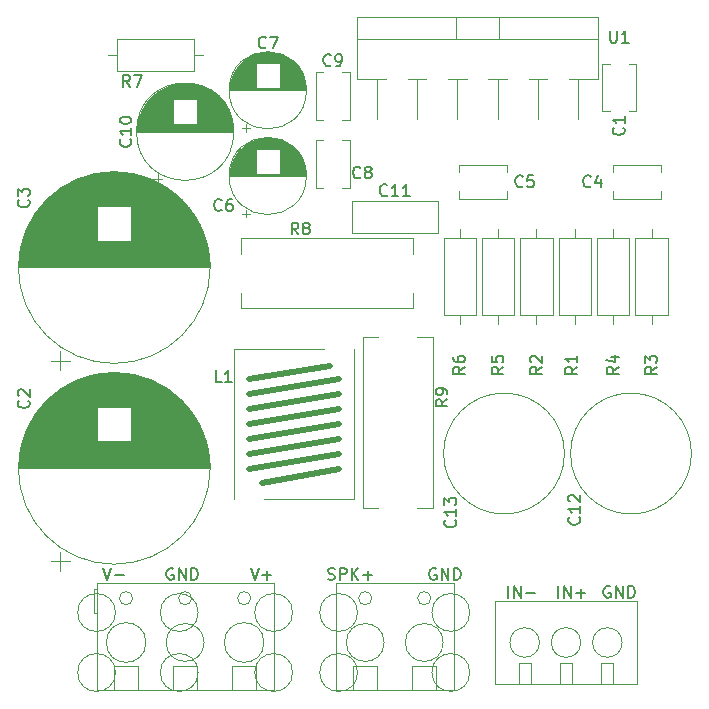
<source format=gbr>
%TF.GenerationSoftware,KiCad,Pcbnew,(5.1.6-0)*%
%TF.CreationDate,2023-05-05T18:05:41-07:00*%
%TF.ProjectId,LM3886-bal-tht,4c4d3338-3836-42d6-9261-6c2d7468742e,rev?*%
%TF.SameCoordinates,Original*%
%TF.FileFunction,Legend,Top*%
%TF.FilePolarity,Positive*%
%FSLAX46Y46*%
G04 Gerber Fmt 4.6, Leading zero omitted, Abs format (unit mm)*
G04 Created by KiCad (PCBNEW (5.1.6-0)) date 2023-05-05 18:05:41*
%MOMM*%
%LPD*%
G01*
G04 APERTURE LIST*
%ADD10C,0.150000*%
%ADD11C,0.120000*%
%ADD12C,0.500000*%
G04 APERTURE END LIST*
D10*
X131488095Y-100000000D02*
X131392857Y-99952380D01*
X131250000Y-99952380D01*
X131107142Y-100000000D01*
X131011904Y-100095238D01*
X130964285Y-100190476D01*
X130916666Y-100380952D01*
X130916666Y-100523809D01*
X130964285Y-100714285D01*
X131011904Y-100809523D01*
X131107142Y-100904761D01*
X131250000Y-100952380D01*
X131345238Y-100952380D01*
X131488095Y-100904761D01*
X131535714Y-100857142D01*
X131535714Y-100523809D01*
X131345238Y-100523809D01*
X131964285Y-100952380D02*
X131964285Y-99952380D01*
X132535714Y-100952380D01*
X132535714Y-99952380D01*
X133011904Y-100952380D02*
X133011904Y-99952380D01*
X133250000Y-99952380D01*
X133392857Y-100000000D01*
X133488095Y-100095238D01*
X133535714Y-100190476D01*
X133583333Y-100380952D01*
X133583333Y-100523809D01*
X133535714Y-100714285D01*
X133488095Y-100809523D01*
X133392857Y-100904761D01*
X133250000Y-100952380D01*
X133011904Y-100952380D01*
X127107142Y-100952380D02*
X127107142Y-99952380D01*
X127583333Y-100952380D02*
X127583333Y-99952380D01*
X128154761Y-100952380D01*
X128154761Y-99952380D01*
X128630952Y-100571428D02*
X129392857Y-100571428D01*
X129011904Y-100952380D02*
X129011904Y-100190476D01*
X122857142Y-100952380D02*
X122857142Y-99952380D01*
X123333333Y-100952380D02*
X123333333Y-99952380D01*
X123904761Y-100952380D01*
X123904761Y-99952380D01*
X124380952Y-100571428D02*
X125142857Y-100571428D01*
X116738095Y-98500000D02*
X116642857Y-98452380D01*
X116500000Y-98452380D01*
X116357142Y-98500000D01*
X116261904Y-98595238D01*
X116214285Y-98690476D01*
X116166666Y-98880952D01*
X116166666Y-99023809D01*
X116214285Y-99214285D01*
X116261904Y-99309523D01*
X116357142Y-99404761D01*
X116500000Y-99452380D01*
X116595238Y-99452380D01*
X116738095Y-99404761D01*
X116785714Y-99357142D01*
X116785714Y-99023809D01*
X116595238Y-99023809D01*
X117214285Y-99452380D02*
X117214285Y-98452380D01*
X117785714Y-99452380D01*
X117785714Y-98452380D01*
X118261904Y-99452380D02*
X118261904Y-98452380D01*
X118500000Y-98452380D01*
X118642857Y-98500000D01*
X118738095Y-98595238D01*
X118785714Y-98690476D01*
X118833333Y-98880952D01*
X118833333Y-99023809D01*
X118785714Y-99214285D01*
X118738095Y-99309523D01*
X118642857Y-99404761D01*
X118500000Y-99452380D01*
X118261904Y-99452380D01*
X107595238Y-99404761D02*
X107738095Y-99452380D01*
X107976190Y-99452380D01*
X108071428Y-99404761D01*
X108119047Y-99357142D01*
X108166666Y-99261904D01*
X108166666Y-99166666D01*
X108119047Y-99071428D01*
X108071428Y-99023809D01*
X107976190Y-98976190D01*
X107785714Y-98928571D01*
X107690476Y-98880952D01*
X107642857Y-98833333D01*
X107595238Y-98738095D01*
X107595238Y-98642857D01*
X107642857Y-98547619D01*
X107690476Y-98500000D01*
X107785714Y-98452380D01*
X108023809Y-98452380D01*
X108166666Y-98500000D01*
X108595238Y-99452380D02*
X108595238Y-98452380D01*
X108976190Y-98452380D01*
X109071428Y-98500000D01*
X109119047Y-98547619D01*
X109166666Y-98642857D01*
X109166666Y-98785714D01*
X109119047Y-98880952D01*
X109071428Y-98928571D01*
X108976190Y-98976190D01*
X108595238Y-98976190D01*
X109595238Y-99452380D02*
X109595238Y-98452380D01*
X110166666Y-99452380D02*
X109738095Y-98880952D01*
X110166666Y-98452380D02*
X109595238Y-99023809D01*
X110595238Y-99071428D02*
X111357142Y-99071428D01*
X110976190Y-99452380D02*
X110976190Y-98690476D01*
X101047619Y-98452380D02*
X101380952Y-99452380D01*
X101714285Y-98452380D01*
X102047619Y-99071428D02*
X102809523Y-99071428D01*
X102428571Y-99452380D02*
X102428571Y-98690476D01*
X88547619Y-98452380D02*
X88880952Y-99452380D01*
X89214285Y-98452380D01*
X89547619Y-99071428D02*
X90309523Y-99071428D01*
X94488095Y-98500000D02*
X94392857Y-98452380D01*
X94250000Y-98452380D01*
X94107142Y-98500000D01*
X94011904Y-98595238D01*
X93964285Y-98690476D01*
X93916666Y-98880952D01*
X93916666Y-99023809D01*
X93964285Y-99214285D01*
X94011904Y-99309523D01*
X94107142Y-99404761D01*
X94250000Y-99452380D01*
X94345238Y-99452380D01*
X94488095Y-99404761D01*
X94535714Y-99357142D01*
X94535714Y-99023809D01*
X94345238Y-99023809D01*
X94964285Y-99452380D02*
X94964285Y-98452380D01*
X95535714Y-99452380D01*
X95535714Y-98452380D01*
X96011904Y-99452380D02*
X96011904Y-98452380D01*
X96250000Y-98452380D01*
X96392857Y-98500000D01*
X96488095Y-98595238D01*
X96535714Y-98690476D01*
X96583333Y-98880952D01*
X96583333Y-99023809D01*
X96535714Y-99214285D01*
X96488095Y-99309523D01*
X96392857Y-99404761D01*
X96250000Y-99452380D01*
X96011904Y-99452380D01*
D11*
%TO.C,C11*%
X109630000Y-67380000D02*
X116870000Y-67380000D01*
X109630000Y-70120000D02*
X116870000Y-70120000D01*
X109630000Y-67380000D02*
X109630000Y-70120000D01*
X116870000Y-67380000D02*
X116870000Y-70120000D01*
%TO.C,R9*%
X111860000Y-93400000D02*
X110530000Y-93400000D01*
X110530000Y-93400000D02*
X110530000Y-78860000D01*
X110530000Y-78860000D02*
X111860000Y-78860000D01*
X115140000Y-93400000D02*
X116470000Y-93400000D01*
X116470000Y-93400000D02*
X116470000Y-78860000D01*
X116470000Y-78860000D02*
X115140000Y-78860000D01*
%TO.C,R8*%
X114800000Y-75140000D02*
X114800000Y-76470000D01*
X114800000Y-76470000D02*
X100260000Y-76470000D01*
X100260000Y-76470000D02*
X100260000Y-75140000D01*
X114800000Y-71860000D02*
X114800000Y-70530000D01*
X114800000Y-70530000D02*
X100260000Y-70530000D01*
X100260000Y-70530000D02*
X100260000Y-71860000D01*
%TO.C,C1*%
X133045000Y-55730000D02*
X133670000Y-55730000D01*
X130830000Y-55730000D02*
X131455000Y-55730000D01*
X133045000Y-59770000D02*
X133670000Y-59770000D01*
X130830000Y-59770000D02*
X131455000Y-59770000D01*
X133670000Y-59770000D02*
X133670000Y-55730000D01*
X130830000Y-59770000D02*
X130830000Y-55730000D01*
%TO.C,R7*%
X89730000Y-53630000D02*
X89730000Y-56370000D01*
X89730000Y-56370000D02*
X96270000Y-56370000D01*
X96270000Y-56370000D02*
X96270000Y-53630000D01*
X96270000Y-53630000D02*
X89730000Y-53630000D01*
X88960000Y-55000000D02*
X89730000Y-55000000D01*
X97040000Y-55000000D02*
X96270000Y-55000000D01*
%TO.C,R6*%
X117380000Y-77020000D02*
X120120000Y-77020000D01*
X120120000Y-77020000D02*
X120120000Y-70480000D01*
X120120000Y-70480000D02*
X117380000Y-70480000D01*
X117380000Y-70480000D02*
X117380000Y-77020000D01*
X118750000Y-77790000D02*
X118750000Y-77020000D01*
X118750000Y-69710000D02*
X118750000Y-70480000D01*
%TO.C,R5*%
X120630000Y-77020000D02*
X123370000Y-77020000D01*
X123370000Y-77020000D02*
X123370000Y-70480000D01*
X123370000Y-70480000D02*
X120630000Y-70480000D01*
X120630000Y-70480000D02*
X120630000Y-77020000D01*
X122000000Y-77790000D02*
X122000000Y-77020000D01*
X122000000Y-69710000D02*
X122000000Y-70480000D01*
%TO.C,R4*%
X130380000Y-77020000D02*
X133120000Y-77020000D01*
X133120000Y-77020000D02*
X133120000Y-70480000D01*
X133120000Y-70480000D02*
X130380000Y-70480000D01*
X130380000Y-70480000D02*
X130380000Y-77020000D01*
X131750000Y-77790000D02*
X131750000Y-77020000D01*
X131750000Y-69710000D02*
X131750000Y-70480000D01*
%TO.C,R3*%
X133630000Y-77020000D02*
X136370000Y-77020000D01*
X136370000Y-77020000D02*
X136370000Y-70480000D01*
X136370000Y-70480000D02*
X133630000Y-70480000D01*
X133630000Y-70480000D02*
X133630000Y-77020000D01*
X135000000Y-77790000D02*
X135000000Y-77020000D01*
X135000000Y-69710000D02*
X135000000Y-70480000D01*
%TO.C,R2*%
X126620000Y-70480000D02*
X123880000Y-70480000D01*
X123880000Y-70480000D02*
X123880000Y-77020000D01*
X123880000Y-77020000D02*
X126620000Y-77020000D01*
X126620000Y-77020000D02*
X126620000Y-70480000D01*
X125250000Y-69710000D02*
X125250000Y-70480000D01*
X125250000Y-77790000D02*
X125250000Y-77020000D01*
%TO.C,R1*%
X129870000Y-70480000D02*
X127130000Y-70480000D01*
X127130000Y-70480000D02*
X127130000Y-77020000D01*
X127130000Y-77020000D02*
X129870000Y-77020000D01*
X129870000Y-77020000D02*
X129870000Y-70480000D01*
X128500000Y-69710000D02*
X128500000Y-70480000D01*
X128500000Y-77790000D02*
X128500000Y-77020000D01*
%TO.C,C9*%
X108795000Y-56480000D02*
X109420000Y-56480000D01*
X106580000Y-56480000D02*
X107205000Y-56480000D01*
X108795000Y-60520000D02*
X109420000Y-60520000D01*
X106580000Y-60520000D02*
X107205000Y-60520000D01*
X109420000Y-60520000D02*
X109420000Y-56480000D01*
X106580000Y-60520000D02*
X106580000Y-56480000D01*
%TO.C,C8*%
X108795000Y-62230000D02*
X109420000Y-62230000D01*
X106580000Y-62230000D02*
X107205000Y-62230000D01*
X108795000Y-66270000D02*
X109420000Y-66270000D01*
X106580000Y-66270000D02*
X107205000Y-66270000D01*
X109420000Y-66270000D02*
X109420000Y-62230000D01*
X106580000Y-66270000D02*
X106580000Y-62230000D01*
%TO.C,C5*%
X122770000Y-66545000D02*
X122770000Y-67170000D01*
X122770000Y-64330000D02*
X122770000Y-64955000D01*
X118730000Y-66545000D02*
X118730000Y-67170000D01*
X118730000Y-64330000D02*
X118730000Y-64955000D01*
X118730000Y-67170000D02*
X122770000Y-67170000D01*
X118730000Y-64330000D02*
X122770000Y-64330000D01*
%TO.C,C4*%
X135770000Y-66545000D02*
X135770000Y-67170000D01*
X135770000Y-64330000D02*
X135770000Y-64955000D01*
X131730000Y-66545000D02*
X131730000Y-67170000D01*
X131730000Y-64330000D02*
X131730000Y-64955000D01*
X131730000Y-67170000D02*
X135770000Y-67170000D01*
X131730000Y-64330000D02*
X135770000Y-64330000D01*
%TO.C,J8*%
X119600000Y-102210000D02*
G75*
G03*
X119600000Y-102210000I-1600000J0D01*
G01*
X119600000Y-107290000D02*
G75*
G03*
X119600000Y-107290000I-1600000J0D01*
G01*
%TO.C,J7*%
X110100000Y-102210000D02*
G75*
G03*
X110100000Y-102210000I-1600000J0D01*
G01*
X110100000Y-107290000D02*
G75*
G03*
X110100000Y-107290000I-1600000J0D01*
G01*
%TO.C,J6*%
X104600000Y-102210000D02*
G75*
G03*
X104600000Y-102210000I-1600000J0D01*
G01*
X104600000Y-107290000D02*
G75*
G03*
X104600000Y-107290000I-1600000J0D01*
G01*
%TO.C,J5*%
X96600000Y-102210000D02*
G75*
G03*
X96600000Y-102210000I-1600000J0D01*
G01*
X96600000Y-107290000D02*
G75*
G03*
X96600000Y-107290000I-1600000J0D01*
G01*
%TO.C,J4*%
X89600000Y-102210000D02*
G75*
G03*
X89600000Y-102210000I-1600000J0D01*
G01*
X89600000Y-107290000D02*
G75*
G03*
X89600000Y-107290000I-1600000J0D01*
G01*
D12*
%TO.C,L1*%
X108560000Y-90060000D02*
X102000000Y-91250000D01*
X107750000Y-81300000D02*
X100940000Y-82440000D01*
X108560000Y-88790000D02*
X100940000Y-90060000D01*
X108560000Y-87520000D02*
X100940000Y-88790000D01*
X108560000Y-86250000D02*
X100940000Y-87520000D01*
X108560000Y-84980000D02*
X100940000Y-86250000D01*
X108560000Y-83710000D02*
X100940000Y-84980000D01*
X108560000Y-82440000D02*
X100940000Y-83710000D01*
D11*
X109830000Y-92600000D02*
X109830000Y-79900000D01*
X102210000Y-92600000D02*
X109830000Y-92600000D01*
X99670000Y-79900000D02*
X99670000Y-92600000D01*
X107290000Y-79900000D02*
X99670000Y-79900000D01*
%TO.C,J3*%
X87750000Y-102250000D02*
X88000000Y-102250000D01*
X87750000Y-100250000D02*
X87750000Y-102250000D01*
X88000000Y-100250000D02*
X87750000Y-100250000D01*
X89500000Y-106750000D02*
X89500000Y-108750000D01*
X91500000Y-106750000D02*
X91500000Y-108750000D01*
X96500000Y-106750000D02*
X96500000Y-108750000D01*
X94500000Y-106750000D02*
X94500000Y-108750000D01*
X89500000Y-106750000D02*
X91500000Y-106750000D01*
X94500000Y-106750000D02*
X96500000Y-106750000D01*
X99500000Y-106750000D02*
X99500000Y-108750000D01*
X101500000Y-106750000D02*
X101500000Y-108750000D01*
X99500000Y-106750000D02*
X101500000Y-106750000D01*
X101059017Y-101000000D02*
G75*
G03*
X101059017Y-101000000I-559017J0D01*
G01*
X96059017Y-101000000D02*
G75*
G03*
X96059017Y-101000000I-559017J0D01*
G01*
X91059017Y-101000000D02*
G75*
G03*
X91059017Y-101000000I-559017J0D01*
G01*
X92177051Y-104750000D02*
G75*
G03*
X92177051Y-104750000I-1677051J0D01*
G01*
X97100781Y-104750000D02*
G75*
G03*
X97100781Y-104750000I-1600781J0D01*
G01*
X102177051Y-104750000D02*
G75*
G03*
X102177051Y-104750000I-1677051J0D01*
G01*
X88000000Y-108750000D02*
X103000000Y-108750000D01*
X88000000Y-99750000D02*
X88000000Y-108750000D01*
X103000000Y-99750000D02*
X103000000Y-108750000D01*
X88000000Y-99750000D02*
X103000000Y-99750000D01*
%TO.C,J2*%
X108250000Y-99750000D02*
X118250000Y-99750000D01*
X118250000Y-99750000D02*
X118250000Y-108750000D01*
X118250000Y-108750000D02*
X108250000Y-108750000D01*
X108250000Y-108750000D02*
X108250000Y-99750000D01*
X117350781Y-104750000D02*
G75*
G03*
X117350781Y-104750000I-1600781J0D01*
G01*
X112350781Y-104750000D02*
G75*
G03*
X112350781Y-104750000I-1600781J0D01*
G01*
X111309017Y-101000000D02*
G75*
G03*
X111309017Y-101000000I-559017J0D01*
G01*
X116309017Y-101000000D02*
G75*
G03*
X116309017Y-101000000I-559017J0D01*
G01*
X109750000Y-108750000D02*
X109750000Y-106750000D01*
X109750000Y-106750000D02*
X111750000Y-106750000D01*
X111750000Y-106750000D02*
X111750000Y-108750000D01*
X114750000Y-106750000D02*
X114750000Y-108750000D01*
X114750000Y-106750000D02*
X116750000Y-106750000D01*
X116750000Y-106750000D02*
X116750000Y-108750000D01*
%TO.C,J1*%
X131750000Y-106500000D02*
X131750000Y-108250000D01*
X130750000Y-106500000D02*
X131750000Y-106500000D01*
X130750000Y-108250000D02*
X130750000Y-106500000D01*
X128250000Y-106500000D02*
X128250000Y-108250000D01*
X127250000Y-106500000D02*
X128250000Y-106500000D01*
X127250000Y-108250000D02*
X127250000Y-106500000D01*
X123750000Y-106500000D02*
X123750000Y-108250000D01*
X124750000Y-106500000D02*
X124750000Y-108250000D01*
X123750000Y-106500000D02*
X124750000Y-106500000D01*
X125500000Y-104750000D02*
G75*
G03*
X125500000Y-104750000I-1250000J0D01*
G01*
X129000000Y-104750000D02*
G75*
G03*
X129000000Y-104750000I-1250000J0D01*
G01*
X132500000Y-104750000D02*
G75*
G03*
X132500000Y-104750000I-1250000J0D01*
G01*
X133750000Y-101250000D02*
X121750000Y-101250000D01*
X133750000Y-108250000D02*
X121750000Y-108250000D01*
X121750000Y-101250000D02*
X121750000Y-108250000D01*
X133750000Y-101250000D02*
X133750000Y-108250000D01*
%TO.C,C13*%
X127620000Y-88750000D02*
G75*
G03*
X127620000Y-88750000I-5120000J0D01*
G01*
%TO.C,C12*%
X138370000Y-88750000D02*
G75*
G03*
X138370000Y-88750000I-5120000J0D01*
G01*
%TO.C,C10*%
X92785000Y-65509698D02*
X93585000Y-65509698D01*
X93185000Y-65909698D02*
X93185000Y-65109698D01*
X94967000Y-57419000D02*
X96033000Y-57419000D01*
X94732000Y-57459000D02*
X96268000Y-57459000D01*
X94552000Y-57499000D02*
X96448000Y-57499000D01*
X94402000Y-57539000D02*
X96598000Y-57539000D01*
X94271000Y-57579000D02*
X96729000Y-57579000D01*
X94154000Y-57619000D02*
X96846000Y-57619000D01*
X94047000Y-57659000D02*
X96953000Y-57659000D01*
X93948000Y-57699000D02*
X97052000Y-57699000D01*
X93855000Y-57739000D02*
X97145000Y-57739000D01*
X93769000Y-57779000D02*
X97231000Y-57779000D01*
X93687000Y-57819000D02*
X97313000Y-57819000D01*
X93610000Y-57859000D02*
X97390000Y-57859000D01*
X93536000Y-57899000D02*
X97464000Y-57899000D01*
X93466000Y-57939000D02*
X97534000Y-57939000D01*
X93398000Y-57979000D02*
X97602000Y-57979000D01*
X93334000Y-58019000D02*
X97666000Y-58019000D01*
X93272000Y-58059000D02*
X97728000Y-58059000D01*
X93213000Y-58099000D02*
X97787000Y-58099000D01*
X93155000Y-58139000D02*
X97845000Y-58139000D01*
X93100000Y-58179000D02*
X97900000Y-58179000D01*
X93046000Y-58219000D02*
X97954000Y-58219000D01*
X92995000Y-58259000D02*
X98005000Y-58259000D01*
X92944000Y-58299000D02*
X98056000Y-58299000D01*
X92896000Y-58339000D02*
X98104000Y-58339000D01*
X92849000Y-58379000D02*
X98151000Y-58379000D01*
X92803000Y-58419000D02*
X98197000Y-58419000D01*
X92759000Y-58459000D02*
X98241000Y-58459000D01*
X92716000Y-58499000D02*
X98284000Y-58499000D01*
X92674000Y-58539000D02*
X98326000Y-58539000D01*
X92633000Y-58579000D02*
X98367000Y-58579000D01*
X92593000Y-58619000D02*
X98407000Y-58619000D01*
X92555000Y-58659000D02*
X98445000Y-58659000D01*
X92517000Y-58699000D02*
X98483000Y-58699000D01*
X96540000Y-58739000D02*
X98519000Y-58739000D01*
X92481000Y-58739000D02*
X94460000Y-58739000D01*
X96540000Y-58779000D02*
X98555000Y-58779000D01*
X92445000Y-58779000D02*
X94460000Y-58779000D01*
X96540000Y-58819000D02*
X98590000Y-58819000D01*
X92410000Y-58819000D02*
X94460000Y-58819000D01*
X96540000Y-58859000D02*
X98624000Y-58859000D01*
X92376000Y-58859000D02*
X94460000Y-58859000D01*
X96540000Y-58899000D02*
X98656000Y-58899000D01*
X92344000Y-58899000D02*
X94460000Y-58899000D01*
X96540000Y-58939000D02*
X98689000Y-58939000D01*
X92311000Y-58939000D02*
X94460000Y-58939000D01*
X96540000Y-58979000D02*
X98720000Y-58979000D01*
X92280000Y-58979000D02*
X94460000Y-58979000D01*
X96540000Y-59019000D02*
X98750000Y-59019000D01*
X92250000Y-59019000D02*
X94460000Y-59019000D01*
X96540000Y-59059000D02*
X98780000Y-59059000D01*
X92220000Y-59059000D02*
X94460000Y-59059000D01*
X96540000Y-59099000D02*
X98809000Y-59099000D01*
X92191000Y-59099000D02*
X94460000Y-59099000D01*
X96540000Y-59139000D02*
X98838000Y-59139000D01*
X92162000Y-59139000D02*
X94460000Y-59139000D01*
X96540000Y-59179000D02*
X98865000Y-59179000D01*
X92135000Y-59179000D02*
X94460000Y-59179000D01*
X96540000Y-59219000D02*
X98892000Y-59219000D01*
X92108000Y-59219000D02*
X94460000Y-59219000D01*
X96540000Y-59259000D02*
X98918000Y-59259000D01*
X92082000Y-59259000D02*
X94460000Y-59259000D01*
X96540000Y-59299000D02*
X98944000Y-59299000D01*
X92056000Y-59299000D02*
X94460000Y-59299000D01*
X96540000Y-59339000D02*
X98969000Y-59339000D01*
X92031000Y-59339000D02*
X94460000Y-59339000D01*
X96540000Y-59379000D02*
X98993000Y-59379000D01*
X92007000Y-59379000D02*
X94460000Y-59379000D01*
X96540000Y-59419000D02*
X99017000Y-59419000D01*
X91983000Y-59419000D02*
X94460000Y-59419000D01*
X96540000Y-59459000D02*
X99040000Y-59459000D01*
X91960000Y-59459000D02*
X94460000Y-59459000D01*
X96540000Y-59499000D02*
X99062000Y-59499000D01*
X91938000Y-59499000D02*
X94460000Y-59499000D01*
X96540000Y-59539000D02*
X99084000Y-59539000D01*
X91916000Y-59539000D02*
X94460000Y-59539000D01*
X96540000Y-59579000D02*
X99106000Y-59579000D01*
X91894000Y-59579000D02*
X94460000Y-59579000D01*
X96540000Y-59619000D02*
X99127000Y-59619000D01*
X91873000Y-59619000D02*
X94460000Y-59619000D01*
X96540000Y-59659000D02*
X99147000Y-59659000D01*
X91853000Y-59659000D02*
X94460000Y-59659000D01*
X96540000Y-59699000D02*
X99166000Y-59699000D01*
X91834000Y-59699000D02*
X94460000Y-59699000D01*
X96540000Y-59739000D02*
X99186000Y-59739000D01*
X91814000Y-59739000D02*
X94460000Y-59739000D01*
X96540000Y-59779000D02*
X99204000Y-59779000D01*
X91796000Y-59779000D02*
X94460000Y-59779000D01*
X96540000Y-59819000D02*
X99222000Y-59819000D01*
X91778000Y-59819000D02*
X94460000Y-59819000D01*
X96540000Y-59859000D02*
X99240000Y-59859000D01*
X91760000Y-59859000D02*
X94460000Y-59859000D01*
X96540000Y-59899000D02*
X99257000Y-59899000D01*
X91743000Y-59899000D02*
X94460000Y-59899000D01*
X96540000Y-59939000D02*
X99274000Y-59939000D01*
X91726000Y-59939000D02*
X94460000Y-59939000D01*
X96540000Y-59979000D02*
X99290000Y-59979000D01*
X91710000Y-59979000D02*
X94460000Y-59979000D01*
X96540000Y-60019000D02*
X99305000Y-60019000D01*
X91695000Y-60019000D02*
X94460000Y-60019000D01*
X96540000Y-60059000D02*
X99321000Y-60059000D01*
X91679000Y-60059000D02*
X94460000Y-60059000D01*
X96540000Y-60099000D02*
X99335000Y-60099000D01*
X91665000Y-60099000D02*
X94460000Y-60099000D01*
X96540000Y-60139000D02*
X99350000Y-60139000D01*
X91650000Y-60139000D02*
X94460000Y-60139000D01*
X96540000Y-60179000D02*
X99363000Y-60179000D01*
X91637000Y-60179000D02*
X94460000Y-60179000D01*
X96540000Y-60219000D02*
X99377000Y-60219000D01*
X91623000Y-60219000D02*
X94460000Y-60219000D01*
X96540000Y-60259000D02*
X99389000Y-60259000D01*
X91611000Y-60259000D02*
X94460000Y-60259000D01*
X96540000Y-60299000D02*
X99402000Y-60299000D01*
X91598000Y-60299000D02*
X94460000Y-60299000D01*
X96540000Y-60339000D02*
X99414000Y-60339000D01*
X91586000Y-60339000D02*
X94460000Y-60339000D01*
X96540000Y-60379000D02*
X99425000Y-60379000D01*
X91575000Y-60379000D02*
X94460000Y-60379000D01*
X96540000Y-60419000D02*
X99436000Y-60419000D01*
X91564000Y-60419000D02*
X94460000Y-60419000D01*
X96540000Y-60459000D02*
X99447000Y-60459000D01*
X91553000Y-60459000D02*
X94460000Y-60459000D01*
X96540000Y-60499000D02*
X99457000Y-60499000D01*
X91543000Y-60499000D02*
X94460000Y-60499000D01*
X96540000Y-60539000D02*
X99467000Y-60539000D01*
X91533000Y-60539000D02*
X94460000Y-60539000D01*
X96540000Y-60579000D02*
X99476000Y-60579000D01*
X91524000Y-60579000D02*
X94460000Y-60579000D01*
X96540000Y-60619000D02*
X99485000Y-60619000D01*
X91515000Y-60619000D02*
X94460000Y-60619000D01*
X96540000Y-60659000D02*
X99494000Y-60659000D01*
X91506000Y-60659000D02*
X94460000Y-60659000D01*
X96540000Y-60699000D02*
X99502000Y-60699000D01*
X91498000Y-60699000D02*
X94460000Y-60699000D01*
X96540000Y-60739000D02*
X99510000Y-60739000D01*
X91490000Y-60739000D02*
X94460000Y-60739000D01*
X96540000Y-60779000D02*
X99517000Y-60779000D01*
X91483000Y-60779000D02*
X94460000Y-60779000D01*
X91476000Y-60820000D02*
X99524000Y-60820000D01*
X91470000Y-60860000D02*
X99530000Y-60860000D01*
X91463000Y-60900000D02*
X99537000Y-60900000D01*
X91458000Y-60940000D02*
X99542000Y-60940000D01*
X91452000Y-60980000D02*
X99548000Y-60980000D01*
X91448000Y-61020000D02*
X99552000Y-61020000D01*
X91443000Y-61060000D02*
X99557000Y-61060000D01*
X91439000Y-61100000D02*
X99561000Y-61100000D01*
X91435000Y-61140000D02*
X99565000Y-61140000D01*
X91432000Y-61180000D02*
X99568000Y-61180000D01*
X91429000Y-61220000D02*
X99571000Y-61220000D01*
X91426000Y-61260000D02*
X99574000Y-61260000D01*
X91424000Y-61300000D02*
X99576000Y-61300000D01*
X91423000Y-61340000D02*
X99577000Y-61340000D01*
X91421000Y-61380000D02*
X99579000Y-61380000D01*
X91420000Y-61420000D02*
X99580000Y-61420000D01*
X91420000Y-61460000D02*
X99580000Y-61460000D01*
X91420000Y-61500000D02*
X99580000Y-61500000D01*
X99620000Y-61500000D02*
G75*
G03*
X99620000Y-61500000I-4120000J0D01*
G01*
%TO.C,C7*%
X100346000Y-61185241D02*
X100976000Y-61185241D01*
X100661000Y-61500241D02*
X100661000Y-60870241D01*
X102098000Y-54759000D02*
X102902000Y-54759000D01*
X101867000Y-54799000D02*
X103133000Y-54799000D01*
X101698000Y-54839000D02*
X103302000Y-54839000D01*
X101560000Y-54879000D02*
X103440000Y-54879000D01*
X101441000Y-54919000D02*
X103559000Y-54919000D01*
X101335000Y-54959000D02*
X103665000Y-54959000D01*
X101238000Y-54999000D02*
X103762000Y-54999000D01*
X101150000Y-55039000D02*
X103850000Y-55039000D01*
X101068000Y-55079000D02*
X103932000Y-55079000D01*
X100991000Y-55119000D02*
X104009000Y-55119000D01*
X100919000Y-55159000D02*
X104081000Y-55159000D01*
X100850000Y-55199000D02*
X104150000Y-55199000D01*
X100786000Y-55239000D02*
X104214000Y-55239000D01*
X100724000Y-55279000D02*
X104276000Y-55279000D01*
X100666000Y-55319000D02*
X104334000Y-55319000D01*
X100610000Y-55359000D02*
X104390000Y-55359000D01*
X100556000Y-55399000D02*
X104444000Y-55399000D01*
X100505000Y-55439000D02*
X104495000Y-55439000D01*
X100456000Y-55479000D02*
X104544000Y-55479000D01*
X100408000Y-55519000D02*
X104592000Y-55519000D01*
X100363000Y-55559000D02*
X104637000Y-55559000D01*
X100318000Y-55599000D02*
X104682000Y-55599000D01*
X100276000Y-55639000D02*
X104724000Y-55639000D01*
X100235000Y-55679000D02*
X104765000Y-55679000D01*
X103540000Y-55719000D02*
X104805000Y-55719000D01*
X100195000Y-55719000D02*
X101460000Y-55719000D01*
X103540000Y-55759000D02*
X104843000Y-55759000D01*
X100157000Y-55759000D02*
X101460000Y-55759000D01*
X103540000Y-55799000D02*
X104880000Y-55799000D01*
X100120000Y-55799000D02*
X101460000Y-55799000D01*
X103540000Y-55839000D02*
X104916000Y-55839000D01*
X100084000Y-55839000D02*
X101460000Y-55839000D01*
X103540000Y-55879000D02*
X104950000Y-55879000D01*
X100050000Y-55879000D02*
X101460000Y-55879000D01*
X103540000Y-55919000D02*
X104984000Y-55919000D01*
X100016000Y-55919000D02*
X101460000Y-55919000D01*
X103540000Y-55959000D02*
X105016000Y-55959000D01*
X99984000Y-55959000D02*
X101460000Y-55959000D01*
X103540000Y-55999000D02*
X105048000Y-55999000D01*
X99952000Y-55999000D02*
X101460000Y-55999000D01*
X103540000Y-56039000D02*
X105078000Y-56039000D01*
X99922000Y-56039000D02*
X101460000Y-56039000D01*
X103540000Y-56079000D02*
X105107000Y-56079000D01*
X99893000Y-56079000D02*
X101460000Y-56079000D01*
X103540000Y-56119000D02*
X105136000Y-56119000D01*
X99864000Y-56119000D02*
X101460000Y-56119000D01*
X103540000Y-56159000D02*
X105164000Y-56159000D01*
X99836000Y-56159000D02*
X101460000Y-56159000D01*
X103540000Y-56199000D02*
X105190000Y-56199000D01*
X99810000Y-56199000D02*
X101460000Y-56199000D01*
X103540000Y-56239000D02*
X105216000Y-56239000D01*
X99784000Y-56239000D02*
X101460000Y-56239000D01*
X103540000Y-56279000D02*
X105242000Y-56279000D01*
X99758000Y-56279000D02*
X101460000Y-56279000D01*
X103540000Y-56319000D02*
X105266000Y-56319000D01*
X99734000Y-56319000D02*
X101460000Y-56319000D01*
X103540000Y-56359000D02*
X105290000Y-56359000D01*
X99710000Y-56359000D02*
X101460000Y-56359000D01*
X103540000Y-56399000D02*
X105312000Y-56399000D01*
X99688000Y-56399000D02*
X101460000Y-56399000D01*
X103540000Y-56439000D02*
X105334000Y-56439000D01*
X99666000Y-56439000D02*
X101460000Y-56439000D01*
X103540000Y-56479000D02*
X105356000Y-56479000D01*
X99644000Y-56479000D02*
X101460000Y-56479000D01*
X103540000Y-56519000D02*
X105376000Y-56519000D01*
X99624000Y-56519000D02*
X101460000Y-56519000D01*
X103540000Y-56559000D02*
X105396000Y-56559000D01*
X99604000Y-56559000D02*
X101460000Y-56559000D01*
X103540000Y-56599000D02*
X105416000Y-56599000D01*
X99584000Y-56599000D02*
X101460000Y-56599000D01*
X103540000Y-56639000D02*
X105434000Y-56639000D01*
X99566000Y-56639000D02*
X101460000Y-56639000D01*
X103540000Y-56679000D02*
X105452000Y-56679000D01*
X99548000Y-56679000D02*
X101460000Y-56679000D01*
X103540000Y-56719000D02*
X105470000Y-56719000D01*
X99530000Y-56719000D02*
X101460000Y-56719000D01*
X103540000Y-56759000D02*
X105486000Y-56759000D01*
X99514000Y-56759000D02*
X101460000Y-56759000D01*
X103540000Y-56799000D02*
X105502000Y-56799000D01*
X99498000Y-56799000D02*
X101460000Y-56799000D01*
X103540000Y-56839000D02*
X105518000Y-56839000D01*
X99482000Y-56839000D02*
X101460000Y-56839000D01*
X103540000Y-56879000D02*
X105533000Y-56879000D01*
X99467000Y-56879000D02*
X101460000Y-56879000D01*
X103540000Y-56919000D02*
X105547000Y-56919000D01*
X99453000Y-56919000D02*
X101460000Y-56919000D01*
X103540000Y-56959000D02*
X105561000Y-56959000D01*
X99439000Y-56959000D02*
X101460000Y-56959000D01*
X103540000Y-56999000D02*
X105574000Y-56999000D01*
X99426000Y-56999000D02*
X101460000Y-56999000D01*
X103540000Y-57039000D02*
X105586000Y-57039000D01*
X99414000Y-57039000D02*
X101460000Y-57039000D01*
X103540000Y-57079000D02*
X105598000Y-57079000D01*
X99402000Y-57079000D02*
X101460000Y-57079000D01*
X103540000Y-57119000D02*
X105610000Y-57119000D01*
X99390000Y-57119000D02*
X101460000Y-57119000D01*
X103540000Y-57159000D02*
X105621000Y-57159000D01*
X99379000Y-57159000D02*
X101460000Y-57159000D01*
X103540000Y-57199000D02*
X105631000Y-57199000D01*
X99369000Y-57199000D02*
X101460000Y-57199000D01*
X103540000Y-57239000D02*
X105641000Y-57239000D01*
X99359000Y-57239000D02*
X101460000Y-57239000D01*
X103540000Y-57279000D02*
X105650000Y-57279000D01*
X99350000Y-57279000D02*
X101460000Y-57279000D01*
X103540000Y-57320000D02*
X105659000Y-57320000D01*
X99341000Y-57320000D02*
X101460000Y-57320000D01*
X103540000Y-57360000D02*
X105667000Y-57360000D01*
X99333000Y-57360000D02*
X101460000Y-57360000D01*
X103540000Y-57400000D02*
X105675000Y-57400000D01*
X99325000Y-57400000D02*
X101460000Y-57400000D01*
X103540000Y-57440000D02*
X105682000Y-57440000D01*
X99318000Y-57440000D02*
X101460000Y-57440000D01*
X103540000Y-57480000D02*
X105689000Y-57480000D01*
X99311000Y-57480000D02*
X101460000Y-57480000D01*
X103540000Y-57520000D02*
X105695000Y-57520000D01*
X99305000Y-57520000D02*
X101460000Y-57520000D01*
X103540000Y-57560000D02*
X105701000Y-57560000D01*
X99299000Y-57560000D02*
X101460000Y-57560000D01*
X103540000Y-57600000D02*
X105706000Y-57600000D01*
X99294000Y-57600000D02*
X101460000Y-57600000D01*
X103540000Y-57640000D02*
X105711000Y-57640000D01*
X99289000Y-57640000D02*
X101460000Y-57640000D01*
X103540000Y-57680000D02*
X105715000Y-57680000D01*
X99285000Y-57680000D02*
X101460000Y-57680000D01*
X103540000Y-57720000D02*
X105718000Y-57720000D01*
X99282000Y-57720000D02*
X101460000Y-57720000D01*
X103540000Y-57760000D02*
X105722000Y-57760000D01*
X99278000Y-57760000D02*
X101460000Y-57760000D01*
X99276000Y-57800000D02*
X105724000Y-57800000D01*
X99273000Y-57840000D02*
X105727000Y-57840000D01*
X99272000Y-57880000D02*
X105728000Y-57880000D01*
X99270000Y-57920000D02*
X105730000Y-57920000D01*
X99270000Y-57960000D02*
X105730000Y-57960000D01*
X99270000Y-58000000D02*
X105730000Y-58000000D01*
X105770000Y-58000000D02*
G75*
G03*
X105770000Y-58000000I-3270000J0D01*
G01*
%TO.C,C6*%
X100346000Y-68435241D02*
X100976000Y-68435241D01*
X100661000Y-68750241D02*
X100661000Y-68120241D01*
X102098000Y-62009000D02*
X102902000Y-62009000D01*
X101867000Y-62049000D02*
X103133000Y-62049000D01*
X101698000Y-62089000D02*
X103302000Y-62089000D01*
X101560000Y-62129000D02*
X103440000Y-62129000D01*
X101441000Y-62169000D02*
X103559000Y-62169000D01*
X101335000Y-62209000D02*
X103665000Y-62209000D01*
X101238000Y-62249000D02*
X103762000Y-62249000D01*
X101150000Y-62289000D02*
X103850000Y-62289000D01*
X101068000Y-62329000D02*
X103932000Y-62329000D01*
X100991000Y-62369000D02*
X104009000Y-62369000D01*
X100919000Y-62409000D02*
X104081000Y-62409000D01*
X100850000Y-62449000D02*
X104150000Y-62449000D01*
X100786000Y-62489000D02*
X104214000Y-62489000D01*
X100724000Y-62529000D02*
X104276000Y-62529000D01*
X100666000Y-62569000D02*
X104334000Y-62569000D01*
X100610000Y-62609000D02*
X104390000Y-62609000D01*
X100556000Y-62649000D02*
X104444000Y-62649000D01*
X100505000Y-62689000D02*
X104495000Y-62689000D01*
X100456000Y-62729000D02*
X104544000Y-62729000D01*
X100408000Y-62769000D02*
X104592000Y-62769000D01*
X100363000Y-62809000D02*
X104637000Y-62809000D01*
X100318000Y-62849000D02*
X104682000Y-62849000D01*
X100276000Y-62889000D02*
X104724000Y-62889000D01*
X100235000Y-62929000D02*
X104765000Y-62929000D01*
X103540000Y-62969000D02*
X104805000Y-62969000D01*
X100195000Y-62969000D02*
X101460000Y-62969000D01*
X103540000Y-63009000D02*
X104843000Y-63009000D01*
X100157000Y-63009000D02*
X101460000Y-63009000D01*
X103540000Y-63049000D02*
X104880000Y-63049000D01*
X100120000Y-63049000D02*
X101460000Y-63049000D01*
X103540000Y-63089000D02*
X104916000Y-63089000D01*
X100084000Y-63089000D02*
X101460000Y-63089000D01*
X103540000Y-63129000D02*
X104950000Y-63129000D01*
X100050000Y-63129000D02*
X101460000Y-63129000D01*
X103540000Y-63169000D02*
X104984000Y-63169000D01*
X100016000Y-63169000D02*
X101460000Y-63169000D01*
X103540000Y-63209000D02*
X105016000Y-63209000D01*
X99984000Y-63209000D02*
X101460000Y-63209000D01*
X103540000Y-63249000D02*
X105048000Y-63249000D01*
X99952000Y-63249000D02*
X101460000Y-63249000D01*
X103540000Y-63289000D02*
X105078000Y-63289000D01*
X99922000Y-63289000D02*
X101460000Y-63289000D01*
X103540000Y-63329000D02*
X105107000Y-63329000D01*
X99893000Y-63329000D02*
X101460000Y-63329000D01*
X103540000Y-63369000D02*
X105136000Y-63369000D01*
X99864000Y-63369000D02*
X101460000Y-63369000D01*
X103540000Y-63409000D02*
X105164000Y-63409000D01*
X99836000Y-63409000D02*
X101460000Y-63409000D01*
X103540000Y-63449000D02*
X105190000Y-63449000D01*
X99810000Y-63449000D02*
X101460000Y-63449000D01*
X103540000Y-63489000D02*
X105216000Y-63489000D01*
X99784000Y-63489000D02*
X101460000Y-63489000D01*
X103540000Y-63529000D02*
X105242000Y-63529000D01*
X99758000Y-63529000D02*
X101460000Y-63529000D01*
X103540000Y-63569000D02*
X105266000Y-63569000D01*
X99734000Y-63569000D02*
X101460000Y-63569000D01*
X103540000Y-63609000D02*
X105290000Y-63609000D01*
X99710000Y-63609000D02*
X101460000Y-63609000D01*
X103540000Y-63649000D02*
X105312000Y-63649000D01*
X99688000Y-63649000D02*
X101460000Y-63649000D01*
X103540000Y-63689000D02*
X105334000Y-63689000D01*
X99666000Y-63689000D02*
X101460000Y-63689000D01*
X103540000Y-63729000D02*
X105356000Y-63729000D01*
X99644000Y-63729000D02*
X101460000Y-63729000D01*
X103540000Y-63769000D02*
X105376000Y-63769000D01*
X99624000Y-63769000D02*
X101460000Y-63769000D01*
X103540000Y-63809000D02*
X105396000Y-63809000D01*
X99604000Y-63809000D02*
X101460000Y-63809000D01*
X103540000Y-63849000D02*
X105416000Y-63849000D01*
X99584000Y-63849000D02*
X101460000Y-63849000D01*
X103540000Y-63889000D02*
X105434000Y-63889000D01*
X99566000Y-63889000D02*
X101460000Y-63889000D01*
X103540000Y-63929000D02*
X105452000Y-63929000D01*
X99548000Y-63929000D02*
X101460000Y-63929000D01*
X103540000Y-63969000D02*
X105470000Y-63969000D01*
X99530000Y-63969000D02*
X101460000Y-63969000D01*
X103540000Y-64009000D02*
X105486000Y-64009000D01*
X99514000Y-64009000D02*
X101460000Y-64009000D01*
X103540000Y-64049000D02*
X105502000Y-64049000D01*
X99498000Y-64049000D02*
X101460000Y-64049000D01*
X103540000Y-64089000D02*
X105518000Y-64089000D01*
X99482000Y-64089000D02*
X101460000Y-64089000D01*
X103540000Y-64129000D02*
X105533000Y-64129000D01*
X99467000Y-64129000D02*
X101460000Y-64129000D01*
X103540000Y-64169000D02*
X105547000Y-64169000D01*
X99453000Y-64169000D02*
X101460000Y-64169000D01*
X103540000Y-64209000D02*
X105561000Y-64209000D01*
X99439000Y-64209000D02*
X101460000Y-64209000D01*
X103540000Y-64249000D02*
X105574000Y-64249000D01*
X99426000Y-64249000D02*
X101460000Y-64249000D01*
X103540000Y-64289000D02*
X105586000Y-64289000D01*
X99414000Y-64289000D02*
X101460000Y-64289000D01*
X103540000Y-64329000D02*
X105598000Y-64329000D01*
X99402000Y-64329000D02*
X101460000Y-64329000D01*
X103540000Y-64369000D02*
X105610000Y-64369000D01*
X99390000Y-64369000D02*
X101460000Y-64369000D01*
X103540000Y-64409000D02*
X105621000Y-64409000D01*
X99379000Y-64409000D02*
X101460000Y-64409000D01*
X103540000Y-64449000D02*
X105631000Y-64449000D01*
X99369000Y-64449000D02*
X101460000Y-64449000D01*
X103540000Y-64489000D02*
X105641000Y-64489000D01*
X99359000Y-64489000D02*
X101460000Y-64489000D01*
X103540000Y-64529000D02*
X105650000Y-64529000D01*
X99350000Y-64529000D02*
X101460000Y-64529000D01*
X103540000Y-64570000D02*
X105659000Y-64570000D01*
X99341000Y-64570000D02*
X101460000Y-64570000D01*
X103540000Y-64610000D02*
X105667000Y-64610000D01*
X99333000Y-64610000D02*
X101460000Y-64610000D01*
X103540000Y-64650000D02*
X105675000Y-64650000D01*
X99325000Y-64650000D02*
X101460000Y-64650000D01*
X103540000Y-64690000D02*
X105682000Y-64690000D01*
X99318000Y-64690000D02*
X101460000Y-64690000D01*
X103540000Y-64730000D02*
X105689000Y-64730000D01*
X99311000Y-64730000D02*
X101460000Y-64730000D01*
X103540000Y-64770000D02*
X105695000Y-64770000D01*
X99305000Y-64770000D02*
X101460000Y-64770000D01*
X103540000Y-64810000D02*
X105701000Y-64810000D01*
X99299000Y-64810000D02*
X101460000Y-64810000D01*
X103540000Y-64850000D02*
X105706000Y-64850000D01*
X99294000Y-64850000D02*
X101460000Y-64850000D01*
X103540000Y-64890000D02*
X105711000Y-64890000D01*
X99289000Y-64890000D02*
X101460000Y-64890000D01*
X103540000Y-64930000D02*
X105715000Y-64930000D01*
X99285000Y-64930000D02*
X101460000Y-64930000D01*
X103540000Y-64970000D02*
X105718000Y-64970000D01*
X99282000Y-64970000D02*
X101460000Y-64970000D01*
X103540000Y-65010000D02*
X105722000Y-65010000D01*
X99278000Y-65010000D02*
X101460000Y-65010000D01*
X99276000Y-65050000D02*
X105724000Y-65050000D01*
X99273000Y-65090000D02*
X105727000Y-65090000D01*
X99272000Y-65130000D02*
X105728000Y-65130000D01*
X99270000Y-65170000D02*
X105730000Y-65170000D01*
X99270000Y-65210000D02*
X105730000Y-65210000D01*
X99270000Y-65250000D02*
X105730000Y-65250000D01*
X105770000Y-65250000D02*
G75*
G03*
X105770000Y-65250000I-3270000J0D01*
G01*
%TO.C,C3*%
X84145000Y-80889491D02*
X85745000Y-80889491D01*
X84945000Y-81689491D02*
X84945000Y-80089491D01*
X88735000Y-64919000D02*
X90265000Y-64919000D01*
X88402000Y-64959000D02*
X90598000Y-64959000D01*
X88149000Y-64999000D02*
X90851000Y-64999000D01*
X87936000Y-65039000D02*
X91064000Y-65039000D01*
X87748000Y-65079000D02*
X91252000Y-65079000D01*
X87580000Y-65119000D02*
X91420000Y-65119000D01*
X87426000Y-65159000D02*
X91574000Y-65159000D01*
X87282000Y-65199000D02*
X91718000Y-65199000D01*
X87149000Y-65239000D02*
X91851000Y-65239000D01*
X87022000Y-65279000D02*
X91978000Y-65279000D01*
X86903000Y-65319000D02*
X92097000Y-65319000D01*
X86789000Y-65359000D02*
X92211000Y-65359000D01*
X86680000Y-65399000D02*
X92320000Y-65399000D01*
X86576000Y-65439000D02*
X92424000Y-65439000D01*
X86476000Y-65479000D02*
X92524000Y-65479000D01*
X86380000Y-65519000D02*
X92620000Y-65519000D01*
X86287000Y-65559000D02*
X92713000Y-65559000D01*
X86197000Y-65599000D02*
X92803000Y-65599000D01*
X86110000Y-65639000D02*
X92890000Y-65639000D01*
X86025000Y-65679000D02*
X92975000Y-65679000D01*
X85943000Y-65719000D02*
X93057000Y-65719000D01*
X85863000Y-65759000D02*
X93137000Y-65759000D01*
X85785000Y-65799000D02*
X93215000Y-65799000D01*
X85710000Y-65839000D02*
X93290000Y-65839000D01*
X85636000Y-65879000D02*
X93364000Y-65879000D01*
X85564000Y-65919000D02*
X93436000Y-65919000D01*
X85493000Y-65959000D02*
X93507000Y-65959000D01*
X85424000Y-65999000D02*
X93576000Y-65999000D01*
X85357000Y-66039000D02*
X93643000Y-66039000D01*
X85291000Y-66079000D02*
X93709000Y-66079000D01*
X85227000Y-66119000D02*
X93773000Y-66119000D01*
X85164000Y-66159000D02*
X93836000Y-66159000D01*
X85102000Y-66199000D02*
X93898000Y-66199000D01*
X85041000Y-66239000D02*
X93959000Y-66239000D01*
X84981000Y-66279000D02*
X94019000Y-66279000D01*
X84923000Y-66319000D02*
X94077000Y-66319000D01*
X84866000Y-66359000D02*
X94134000Y-66359000D01*
X84809000Y-66399000D02*
X94191000Y-66399000D01*
X84754000Y-66439000D02*
X94246000Y-66439000D01*
X84700000Y-66479000D02*
X94300000Y-66479000D01*
X84646000Y-66519000D02*
X94354000Y-66519000D01*
X84594000Y-66559000D02*
X94406000Y-66559000D01*
X84542000Y-66599000D02*
X94458000Y-66599000D01*
X84491000Y-66639000D02*
X94509000Y-66639000D01*
X84441000Y-66679000D02*
X94559000Y-66679000D01*
X84392000Y-66719000D02*
X94608000Y-66719000D01*
X84344000Y-66759000D02*
X94656000Y-66759000D01*
X84296000Y-66799000D02*
X94704000Y-66799000D01*
X84249000Y-66839000D02*
X94751000Y-66839000D01*
X84203000Y-66879000D02*
X94797000Y-66879000D01*
X84157000Y-66919000D02*
X94843000Y-66919000D01*
X84112000Y-66959000D02*
X94888000Y-66959000D01*
X84068000Y-66999000D02*
X94932000Y-66999000D01*
X84025000Y-67039000D02*
X94975000Y-67039000D01*
X83982000Y-67079000D02*
X95018000Y-67079000D01*
X83940000Y-67119000D02*
X95060000Y-67119000D01*
X83898000Y-67159000D02*
X95102000Y-67159000D01*
X83857000Y-67199000D02*
X95143000Y-67199000D01*
X83816000Y-67239000D02*
X95184000Y-67239000D01*
X83776000Y-67279000D02*
X95224000Y-67279000D01*
X83737000Y-67319000D02*
X95263000Y-67319000D01*
X83698000Y-67359000D02*
X95302000Y-67359000D01*
X83660000Y-67399000D02*
X95340000Y-67399000D01*
X83622000Y-67439000D02*
X95378000Y-67439000D01*
X83584000Y-67479000D02*
X95416000Y-67479000D01*
X83548000Y-67519000D02*
X95452000Y-67519000D01*
X83511000Y-67559000D02*
X95489000Y-67559000D01*
X83475000Y-67599000D02*
X95525000Y-67599000D01*
X83440000Y-67639000D02*
X95560000Y-67639000D01*
X83405000Y-67679000D02*
X95595000Y-67679000D01*
X83371000Y-67719000D02*
X95629000Y-67719000D01*
X83337000Y-67759000D02*
X95663000Y-67759000D01*
X83303000Y-67799000D02*
X95697000Y-67799000D01*
X90940000Y-67839000D02*
X95730000Y-67839000D01*
X83270000Y-67839000D02*
X88060000Y-67839000D01*
X90940000Y-67879000D02*
X95763000Y-67879000D01*
X83237000Y-67879000D02*
X88060000Y-67879000D01*
X90940000Y-67919000D02*
X95795000Y-67919000D01*
X83205000Y-67919000D02*
X88060000Y-67919000D01*
X90940000Y-67959000D02*
X95827000Y-67959000D01*
X83173000Y-67959000D02*
X88060000Y-67959000D01*
X90940000Y-67999000D02*
X95858000Y-67999000D01*
X83142000Y-67999000D02*
X88060000Y-67999000D01*
X90940000Y-68039000D02*
X95890000Y-68039000D01*
X83110000Y-68039000D02*
X88060000Y-68039000D01*
X90940000Y-68079000D02*
X95920000Y-68079000D01*
X83080000Y-68079000D02*
X88060000Y-68079000D01*
X90940000Y-68119000D02*
X95950000Y-68119000D01*
X83050000Y-68119000D02*
X88060000Y-68119000D01*
X90940000Y-68159000D02*
X95980000Y-68159000D01*
X83020000Y-68159000D02*
X88060000Y-68159000D01*
X90940000Y-68199000D02*
X96010000Y-68199000D01*
X82990000Y-68199000D02*
X88060000Y-68199000D01*
X90940000Y-68239000D02*
X96039000Y-68239000D01*
X82961000Y-68239000D02*
X88060000Y-68239000D01*
X90940000Y-68279000D02*
X96068000Y-68279000D01*
X82932000Y-68279000D02*
X88060000Y-68279000D01*
X90940000Y-68319000D02*
X96096000Y-68319000D01*
X82904000Y-68319000D02*
X88060000Y-68319000D01*
X90940000Y-68359000D02*
X96124000Y-68359000D01*
X82876000Y-68359000D02*
X88060000Y-68359000D01*
X90940000Y-68399000D02*
X96152000Y-68399000D01*
X82848000Y-68399000D02*
X88060000Y-68399000D01*
X90940000Y-68439000D02*
X96179000Y-68439000D01*
X82821000Y-68439000D02*
X88060000Y-68439000D01*
X90940000Y-68479000D02*
X96206000Y-68479000D01*
X82794000Y-68479000D02*
X88060000Y-68479000D01*
X90940000Y-68519000D02*
X96233000Y-68519000D01*
X82767000Y-68519000D02*
X88060000Y-68519000D01*
X90940000Y-68559000D02*
X96259000Y-68559000D01*
X82741000Y-68559000D02*
X88060000Y-68559000D01*
X90940000Y-68599000D02*
X96285000Y-68599000D01*
X82715000Y-68599000D02*
X88060000Y-68599000D01*
X90940000Y-68639000D02*
X96311000Y-68639000D01*
X82689000Y-68639000D02*
X88060000Y-68639000D01*
X90940000Y-68679000D02*
X96336000Y-68679000D01*
X82664000Y-68679000D02*
X88060000Y-68679000D01*
X90940000Y-68719000D02*
X96361000Y-68719000D01*
X82639000Y-68719000D02*
X88060000Y-68719000D01*
X90940000Y-68759000D02*
X96386000Y-68759000D01*
X82614000Y-68759000D02*
X88060000Y-68759000D01*
X90940000Y-68799000D02*
X96410000Y-68799000D01*
X82590000Y-68799000D02*
X88060000Y-68799000D01*
X90940000Y-68839000D02*
X96434000Y-68839000D01*
X82566000Y-68839000D02*
X88060000Y-68839000D01*
X90940000Y-68879000D02*
X96458000Y-68879000D01*
X82542000Y-68879000D02*
X88060000Y-68879000D01*
X90940000Y-68919000D02*
X96481000Y-68919000D01*
X82519000Y-68919000D02*
X88060000Y-68919000D01*
X90940000Y-68959000D02*
X96504000Y-68959000D01*
X82496000Y-68959000D02*
X88060000Y-68959000D01*
X90940000Y-68999000D02*
X96527000Y-68999000D01*
X82473000Y-68999000D02*
X88060000Y-68999000D01*
X90940000Y-69039000D02*
X96549000Y-69039000D01*
X82451000Y-69039000D02*
X88060000Y-69039000D01*
X90940000Y-69079000D02*
X96572000Y-69079000D01*
X82428000Y-69079000D02*
X88060000Y-69079000D01*
X90940000Y-69119000D02*
X96594000Y-69119000D01*
X82406000Y-69119000D02*
X88060000Y-69119000D01*
X90940000Y-69159000D02*
X96615000Y-69159000D01*
X82385000Y-69159000D02*
X88060000Y-69159000D01*
X90940000Y-69199000D02*
X96636000Y-69199000D01*
X82364000Y-69199000D02*
X88060000Y-69199000D01*
X90940000Y-69239000D02*
X96657000Y-69239000D01*
X82343000Y-69239000D02*
X88060000Y-69239000D01*
X90940000Y-69279000D02*
X96678000Y-69279000D01*
X82322000Y-69279000D02*
X88060000Y-69279000D01*
X90940000Y-69319000D02*
X96699000Y-69319000D01*
X82301000Y-69319000D02*
X88060000Y-69319000D01*
X90940000Y-69359000D02*
X96719000Y-69359000D01*
X82281000Y-69359000D02*
X88060000Y-69359000D01*
X90940000Y-69399000D02*
X96739000Y-69399000D01*
X82261000Y-69399000D02*
X88060000Y-69399000D01*
X90940000Y-69439000D02*
X96758000Y-69439000D01*
X82242000Y-69439000D02*
X88060000Y-69439000D01*
X90940000Y-69479000D02*
X96778000Y-69479000D01*
X82222000Y-69479000D02*
X88060000Y-69479000D01*
X90940000Y-69519000D02*
X96797000Y-69519000D01*
X82203000Y-69519000D02*
X88060000Y-69519000D01*
X90940000Y-69559000D02*
X96816000Y-69559000D01*
X82184000Y-69559000D02*
X88060000Y-69559000D01*
X90940000Y-69599000D02*
X96834000Y-69599000D01*
X82166000Y-69599000D02*
X88060000Y-69599000D01*
X90940000Y-69639000D02*
X96853000Y-69639000D01*
X82147000Y-69639000D02*
X88060000Y-69639000D01*
X90940000Y-69679000D02*
X96871000Y-69679000D01*
X82129000Y-69679000D02*
X88060000Y-69679000D01*
X90940000Y-69719000D02*
X96889000Y-69719000D01*
X82111000Y-69719000D02*
X88060000Y-69719000D01*
X90940000Y-69759000D02*
X96906000Y-69759000D01*
X82094000Y-69759000D02*
X88060000Y-69759000D01*
X90940000Y-69799000D02*
X96923000Y-69799000D01*
X82077000Y-69799000D02*
X88060000Y-69799000D01*
X90940000Y-69839000D02*
X96940000Y-69839000D01*
X82060000Y-69839000D02*
X88060000Y-69839000D01*
X90940000Y-69879000D02*
X96957000Y-69879000D01*
X82043000Y-69879000D02*
X88060000Y-69879000D01*
X90940000Y-69919000D02*
X96974000Y-69919000D01*
X82026000Y-69919000D02*
X88060000Y-69919000D01*
X90940000Y-69959000D02*
X96990000Y-69959000D01*
X82010000Y-69959000D02*
X88060000Y-69959000D01*
X90940000Y-69999000D02*
X97006000Y-69999000D01*
X81994000Y-69999000D02*
X88060000Y-69999000D01*
X90940000Y-70039000D02*
X97022000Y-70039000D01*
X81978000Y-70039000D02*
X88060000Y-70039000D01*
X90940000Y-70079000D02*
X97037000Y-70079000D01*
X81963000Y-70079000D02*
X88060000Y-70079000D01*
X90940000Y-70119000D02*
X97053000Y-70119000D01*
X81947000Y-70119000D02*
X88060000Y-70119000D01*
X90940000Y-70159000D02*
X97068000Y-70159000D01*
X81932000Y-70159000D02*
X88060000Y-70159000D01*
X90940000Y-70199000D02*
X97082000Y-70199000D01*
X81918000Y-70199000D02*
X88060000Y-70199000D01*
X90940000Y-70239000D02*
X97097000Y-70239000D01*
X81903000Y-70239000D02*
X88060000Y-70239000D01*
X90940000Y-70279000D02*
X97111000Y-70279000D01*
X81889000Y-70279000D02*
X88060000Y-70279000D01*
X90940000Y-70319000D02*
X97125000Y-70319000D01*
X81875000Y-70319000D02*
X88060000Y-70319000D01*
X90940000Y-70359000D02*
X97139000Y-70359000D01*
X81861000Y-70359000D02*
X88060000Y-70359000D01*
X90940000Y-70399000D02*
X97153000Y-70399000D01*
X81847000Y-70399000D02*
X88060000Y-70399000D01*
X90940000Y-70439000D02*
X97166000Y-70439000D01*
X81834000Y-70439000D02*
X88060000Y-70439000D01*
X90940000Y-70479000D02*
X97180000Y-70479000D01*
X81820000Y-70479000D02*
X88060000Y-70479000D01*
X90940000Y-70519000D02*
X97193000Y-70519000D01*
X81807000Y-70519000D02*
X88060000Y-70519000D01*
X90940000Y-70559000D02*
X97205000Y-70559000D01*
X81795000Y-70559000D02*
X88060000Y-70559000D01*
X90940000Y-70599000D02*
X97218000Y-70599000D01*
X81782000Y-70599000D02*
X88060000Y-70599000D01*
X90940000Y-70639000D02*
X97230000Y-70639000D01*
X81770000Y-70639000D02*
X88060000Y-70639000D01*
X90940000Y-70679000D02*
X97242000Y-70679000D01*
X81758000Y-70679000D02*
X88060000Y-70679000D01*
X81746000Y-70719000D02*
X97254000Y-70719000D01*
X81735000Y-70759000D02*
X97265000Y-70759000D01*
X81723000Y-70799000D02*
X97277000Y-70799000D01*
X81712000Y-70839000D02*
X97288000Y-70839000D01*
X81701000Y-70879000D02*
X97299000Y-70879000D01*
X81690000Y-70919000D02*
X97310000Y-70919000D01*
X81680000Y-70959000D02*
X97320000Y-70959000D01*
X81670000Y-70999000D02*
X97330000Y-70999000D01*
X81660000Y-71039000D02*
X97340000Y-71039000D01*
X81650000Y-71079000D02*
X97350000Y-71079000D01*
X81640000Y-71119000D02*
X97360000Y-71119000D01*
X81631000Y-71159000D02*
X97369000Y-71159000D01*
X81622000Y-71199000D02*
X97378000Y-71199000D01*
X81613000Y-71239000D02*
X97387000Y-71239000D01*
X81604000Y-71279000D02*
X97396000Y-71279000D01*
X81595000Y-71319000D02*
X97405000Y-71319000D01*
X81587000Y-71359000D02*
X97413000Y-71359000D01*
X81579000Y-71399000D02*
X97421000Y-71399000D01*
X81571000Y-71439000D02*
X97429000Y-71439000D01*
X81563000Y-71479000D02*
X97437000Y-71479000D01*
X81556000Y-71519000D02*
X97444000Y-71519000D01*
X81548000Y-71559000D02*
X97452000Y-71559000D01*
X81541000Y-71599000D02*
X97459000Y-71599000D01*
X81534000Y-71639000D02*
X97466000Y-71639000D01*
X81528000Y-71679000D02*
X97472000Y-71679000D01*
X81521000Y-71719000D02*
X97479000Y-71719000D01*
X81515000Y-71759000D02*
X97485000Y-71759000D01*
X81509000Y-71799000D02*
X97491000Y-71799000D01*
X81503000Y-71839000D02*
X97497000Y-71839000D01*
X81497000Y-71879000D02*
X97503000Y-71879000D01*
X81492000Y-71919000D02*
X97508000Y-71919000D01*
X81486000Y-71959000D02*
X97514000Y-71959000D01*
X81481000Y-71999000D02*
X97519000Y-71999000D01*
X81476000Y-72039000D02*
X97524000Y-72039000D01*
X81472000Y-72079000D02*
X97528000Y-72079000D01*
X81467000Y-72119000D02*
X97533000Y-72119000D01*
X81463000Y-72159000D02*
X97537000Y-72159000D01*
X81459000Y-72199000D02*
X97541000Y-72199000D01*
X81455000Y-72239000D02*
X97545000Y-72239000D01*
X81451000Y-72279000D02*
X97549000Y-72279000D01*
X81448000Y-72320000D02*
X97552000Y-72320000D01*
X81445000Y-72360000D02*
X97555000Y-72360000D01*
X81442000Y-72400000D02*
X97558000Y-72400000D01*
X81439000Y-72440000D02*
X97561000Y-72440000D01*
X81436000Y-72480000D02*
X97564000Y-72480000D01*
X81434000Y-72520000D02*
X97566000Y-72520000D01*
X81431000Y-72560000D02*
X97569000Y-72560000D01*
X81429000Y-72600000D02*
X97571000Y-72600000D01*
X81427000Y-72640000D02*
X97573000Y-72640000D01*
X81426000Y-72680000D02*
X97574000Y-72680000D01*
X81424000Y-72720000D02*
X97576000Y-72720000D01*
X81423000Y-72760000D02*
X97577000Y-72760000D01*
X81422000Y-72800000D02*
X97578000Y-72800000D01*
X81421000Y-72840000D02*
X97579000Y-72840000D01*
X81420000Y-72880000D02*
X97580000Y-72880000D01*
X81420000Y-72920000D02*
X97580000Y-72920000D01*
X81420000Y-72960000D02*
X97580000Y-72960000D01*
X81419000Y-73000000D02*
X97581000Y-73000000D01*
X97620000Y-73000000D02*
G75*
G03*
X97620000Y-73000000I-8120000J0D01*
G01*
%TO.C,C2*%
X84145000Y-97889491D02*
X85745000Y-97889491D01*
X84945000Y-98689491D02*
X84945000Y-97089491D01*
X88735000Y-81919000D02*
X90265000Y-81919000D01*
X88402000Y-81959000D02*
X90598000Y-81959000D01*
X88149000Y-81999000D02*
X90851000Y-81999000D01*
X87936000Y-82039000D02*
X91064000Y-82039000D01*
X87748000Y-82079000D02*
X91252000Y-82079000D01*
X87580000Y-82119000D02*
X91420000Y-82119000D01*
X87426000Y-82159000D02*
X91574000Y-82159000D01*
X87282000Y-82199000D02*
X91718000Y-82199000D01*
X87149000Y-82239000D02*
X91851000Y-82239000D01*
X87022000Y-82279000D02*
X91978000Y-82279000D01*
X86903000Y-82319000D02*
X92097000Y-82319000D01*
X86789000Y-82359000D02*
X92211000Y-82359000D01*
X86680000Y-82399000D02*
X92320000Y-82399000D01*
X86576000Y-82439000D02*
X92424000Y-82439000D01*
X86476000Y-82479000D02*
X92524000Y-82479000D01*
X86380000Y-82519000D02*
X92620000Y-82519000D01*
X86287000Y-82559000D02*
X92713000Y-82559000D01*
X86197000Y-82599000D02*
X92803000Y-82599000D01*
X86110000Y-82639000D02*
X92890000Y-82639000D01*
X86025000Y-82679000D02*
X92975000Y-82679000D01*
X85943000Y-82719000D02*
X93057000Y-82719000D01*
X85863000Y-82759000D02*
X93137000Y-82759000D01*
X85785000Y-82799000D02*
X93215000Y-82799000D01*
X85710000Y-82839000D02*
X93290000Y-82839000D01*
X85636000Y-82879000D02*
X93364000Y-82879000D01*
X85564000Y-82919000D02*
X93436000Y-82919000D01*
X85493000Y-82959000D02*
X93507000Y-82959000D01*
X85424000Y-82999000D02*
X93576000Y-82999000D01*
X85357000Y-83039000D02*
X93643000Y-83039000D01*
X85291000Y-83079000D02*
X93709000Y-83079000D01*
X85227000Y-83119000D02*
X93773000Y-83119000D01*
X85164000Y-83159000D02*
X93836000Y-83159000D01*
X85102000Y-83199000D02*
X93898000Y-83199000D01*
X85041000Y-83239000D02*
X93959000Y-83239000D01*
X84981000Y-83279000D02*
X94019000Y-83279000D01*
X84923000Y-83319000D02*
X94077000Y-83319000D01*
X84866000Y-83359000D02*
X94134000Y-83359000D01*
X84809000Y-83399000D02*
X94191000Y-83399000D01*
X84754000Y-83439000D02*
X94246000Y-83439000D01*
X84700000Y-83479000D02*
X94300000Y-83479000D01*
X84646000Y-83519000D02*
X94354000Y-83519000D01*
X84594000Y-83559000D02*
X94406000Y-83559000D01*
X84542000Y-83599000D02*
X94458000Y-83599000D01*
X84491000Y-83639000D02*
X94509000Y-83639000D01*
X84441000Y-83679000D02*
X94559000Y-83679000D01*
X84392000Y-83719000D02*
X94608000Y-83719000D01*
X84344000Y-83759000D02*
X94656000Y-83759000D01*
X84296000Y-83799000D02*
X94704000Y-83799000D01*
X84249000Y-83839000D02*
X94751000Y-83839000D01*
X84203000Y-83879000D02*
X94797000Y-83879000D01*
X84157000Y-83919000D02*
X94843000Y-83919000D01*
X84112000Y-83959000D02*
X94888000Y-83959000D01*
X84068000Y-83999000D02*
X94932000Y-83999000D01*
X84025000Y-84039000D02*
X94975000Y-84039000D01*
X83982000Y-84079000D02*
X95018000Y-84079000D01*
X83940000Y-84119000D02*
X95060000Y-84119000D01*
X83898000Y-84159000D02*
X95102000Y-84159000D01*
X83857000Y-84199000D02*
X95143000Y-84199000D01*
X83816000Y-84239000D02*
X95184000Y-84239000D01*
X83776000Y-84279000D02*
X95224000Y-84279000D01*
X83737000Y-84319000D02*
X95263000Y-84319000D01*
X83698000Y-84359000D02*
X95302000Y-84359000D01*
X83660000Y-84399000D02*
X95340000Y-84399000D01*
X83622000Y-84439000D02*
X95378000Y-84439000D01*
X83584000Y-84479000D02*
X95416000Y-84479000D01*
X83548000Y-84519000D02*
X95452000Y-84519000D01*
X83511000Y-84559000D02*
X95489000Y-84559000D01*
X83475000Y-84599000D02*
X95525000Y-84599000D01*
X83440000Y-84639000D02*
X95560000Y-84639000D01*
X83405000Y-84679000D02*
X95595000Y-84679000D01*
X83371000Y-84719000D02*
X95629000Y-84719000D01*
X83337000Y-84759000D02*
X95663000Y-84759000D01*
X83303000Y-84799000D02*
X95697000Y-84799000D01*
X90940000Y-84839000D02*
X95730000Y-84839000D01*
X83270000Y-84839000D02*
X88060000Y-84839000D01*
X90940000Y-84879000D02*
X95763000Y-84879000D01*
X83237000Y-84879000D02*
X88060000Y-84879000D01*
X90940000Y-84919000D02*
X95795000Y-84919000D01*
X83205000Y-84919000D02*
X88060000Y-84919000D01*
X90940000Y-84959000D02*
X95827000Y-84959000D01*
X83173000Y-84959000D02*
X88060000Y-84959000D01*
X90940000Y-84999000D02*
X95858000Y-84999000D01*
X83142000Y-84999000D02*
X88060000Y-84999000D01*
X90940000Y-85039000D02*
X95890000Y-85039000D01*
X83110000Y-85039000D02*
X88060000Y-85039000D01*
X90940000Y-85079000D02*
X95920000Y-85079000D01*
X83080000Y-85079000D02*
X88060000Y-85079000D01*
X90940000Y-85119000D02*
X95950000Y-85119000D01*
X83050000Y-85119000D02*
X88060000Y-85119000D01*
X90940000Y-85159000D02*
X95980000Y-85159000D01*
X83020000Y-85159000D02*
X88060000Y-85159000D01*
X90940000Y-85199000D02*
X96010000Y-85199000D01*
X82990000Y-85199000D02*
X88060000Y-85199000D01*
X90940000Y-85239000D02*
X96039000Y-85239000D01*
X82961000Y-85239000D02*
X88060000Y-85239000D01*
X90940000Y-85279000D02*
X96068000Y-85279000D01*
X82932000Y-85279000D02*
X88060000Y-85279000D01*
X90940000Y-85319000D02*
X96096000Y-85319000D01*
X82904000Y-85319000D02*
X88060000Y-85319000D01*
X90940000Y-85359000D02*
X96124000Y-85359000D01*
X82876000Y-85359000D02*
X88060000Y-85359000D01*
X90940000Y-85399000D02*
X96152000Y-85399000D01*
X82848000Y-85399000D02*
X88060000Y-85399000D01*
X90940000Y-85439000D02*
X96179000Y-85439000D01*
X82821000Y-85439000D02*
X88060000Y-85439000D01*
X90940000Y-85479000D02*
X96206000Y-85479000D01*
X82794000Y-85479000D02*
X88060000Y-85479000D01*
X90940000Y-85519000D02*
X96233000Y-85519000D01*
X82767000Y-85519000D02*
X88060000Y-85519000D01*
X90940000Y-85559000D02*
X96259000Y-85559000D01*
X82741000Y-85559000D02*
X88060000Y-85559000D01*
X90940000Y-85599000D02*
X96285000Y-85599000D01*
X82715000Y-85599000D02*
X88060000Y-85599000D01*
X90940000Y-85639000D02*
X96311000Y-85639000D01*
X82689000Y-85639000D02*
X88060000Y-85639000D01*
X90940000Y-85679000D02*
X96336000Y-85679000D01*
X82664000Y-85679000D02*
X88060000Y-85679000D01*
X90940000Y-85719000D02*
X96361000Y-85719000D01*
X82639000Y-85719000D02*
X88060000Y-85719000D01*
X90940000Y-85759000D02*
X96386000Y-85759000D01*
X82614000Y-85759000D02*
X88060000Y-85759000D01*
X90940000Y-85799000D02*
X96410000Y-85799000D01*
X82590000Y-85799000D02*
X88060000Y-85799000D01*
X90940000Y-85839000D02*
X96434000Y-85839000D01*
X82566000Y-85839000D02*
X88060000Y-85839000D01*
X90940000Y-85879000D02*
X96458000Y-85879000D01*
X82542000Y-85879000D02*
X88060000Y-85879000D01*
X90940000Y-85919000D02*
X96481000Y-85919000D01*
X82519000Y-85919000D02*
X88060000Y-85919000D01*
X90940000Y-85959000D02*
X96504000Y-85959000D01*
X82496000Y-85959000D02*
X88060000Y-85959000D01*
X90940000Y-85999000D02*
X96527000Y-85999000D01*
X82473000Y-85999000D02*
X88060000Y-85999000D01*
X90940000Y-86039000D02*
X96549000Y-86039000D01*
X82451000Y-86039000D02*
X88060000Y-86039000D01*
X90940000Y-86079000D02*
X96572000Y-86079000D01*
X82428000Y-86079000D02*
X88060000Y-86079000D01*
X90940000Y-86119000D02*
X96594000Y-86119000D01*
X82406000Y-86119000D02*
X88060000Y-86119000D01*
X90940000Y-86159000D02*
X96615000Y-86159000D01*
X82385000Y-86159000D02*
X88060000Y-86159000D01*
X90940000Y-86199000D02*
X96636000Y-86199000D01*
X82364000Y-86199000D02*
X88060000Y-86199000D01*
X90940000Y-86239000D02*
X96657000Y-86239000D01*
X82343000Y-86239000D02*
X88060000Y-86239000D01*
X90940000Y-86279000D02*
X96678000Y-86279000D01*
X82322000Y-86279000D02*
X88060000Y-86279000D01*
X90940000Y-86319000D02*
X96699000Y-86319000D01*
X82301000Y-86319000D02*
X88060000Y-86319000D01*
X90940000Y-86359000D02*
X96719000Y-86359000D01*
X82281000Y-86359000D02*
X88060000Y-86359000D01*
X90940000Y-86399000D02*
X96739000Y-86399000D01*
X82261000Y-86399000D02*
X88060000Y-86399000D01*
X90940000Y-86439000D02*
X96758000Y-86439000D01*
X82242000Y-86439000D02*
X88060000Y-86439000D01*
X90940000Y-86479000D02*
X96778000Y-86479000D01*
X82222000Y-86479000D02*
X88060000Y-86479000D01*
X90940000Y-86519000D02*
X96797000Y-86519000D01*
X82203000Y-86519000D02*
X88060000Y-86519000D01*
X90940000Y-86559000D02*
X96816000Y-86559000D01*
X82184000Y-86559000D02*
X88060000Y-86559000D01*
X90940000Y-86599000D02*
X96834000Y-86599000D01*
X82166000Y-86599000D02*
X88060000Y-86599000D01*
X90940000Y-86639000D02*
X96853000Y-86639000D01*
X82147000Y-86639000D02*
X88060000Y-86639000D01*
X90940000Y-86679000D02*
X96871000Y-86679000D01*
X82129000Y-86679000D02*
X88060000Y-86679000D01*
X90940000Y-86719000D02*
X96889000Y-86719000D01*
X82111000Y-86719000D02*
X88060000Y-86719000D01*
X90940000Y-86759000D02*
X96906000Y-86759000D01*
X82094000Y-86759000D02*
X88060000Y-86759000D01*
X90940000Y-86799000D02*
X96923000Y-86799000D01*
X82077000Y-86799000D02*
X88060000Y-86799000D01*
X90940000Y-86839000D02*
X96940000Y-86839000D01*
X82060000Y-86839000D02*
X88060000Y-86839000D01*
X90940000Y-86879000D02*
X96957000Y-86879000D01*
X82043000Y-86879000D02*
X88060000Y-86879000D01*
X90940000Y-86919000D02*
X96974000Y-86919000D01*
X82026000Y-86919000D02*
X88060000Y-86919000D01*
X90940000Y-86959000D02*
X96990000Y-86959000D01*
X82010000Y-86959000D02*
X88060000Y-86959000D01*
X90940000Y-86999000D02*
X97006000Y-86999000D01*
X81994000Y-86999000D02*
X88060000Y-86999000D01*
X90940000Y-87039000D02*
X97022000Y-87039000D01*
X81978000Y-87039000D02*
X88060000Y-87039000D01*
X90940000Y-87079000D02*
X97037000Y-87079000D01*
X81963000Y-87079000D02*
X88060000Y-87079000D01*
X90940000Y-87119000D02*
X97053000Y-87119000D01*
X81947000Y-87119000D02*
X88060000Y-87119000D01*
X90940000Y-87159000D02*
X97068000Y-87159000D01*
X81932000Y-87159000D02*
X88060000Y-87159000D01*
X90940000Y-87199000D02*
X97082000Y-87199000D01*
X81918000Y-87199000D02*
X88060000Y-87199000D01*
X90940000Y-87239000D02*
X97097000Y-87239000D01*
X81903000Y-87239000D02*
X88060000Y-87239000D01*
X90940000Y-87279000D02*
X97111000Y-87279000D01*
X81889000Y-87279000D02*
X88060000Y-87279000D01*
X90940000Y-87319000D02*
X97125000Y-87319000D01*
X81875000Y-87319000D02*
X88060000Y-87319000D01*
X90940000Y-87359000D02*
X97139000Y-87359000D01*
X81861000Y-87359000D02*
X88060000Y-87359000D01*
X90940000Y-87399000D02*
X97153000Y-87399000D01*
X81847000Y-87399000D02*
X88060000Y-87399000D01*
X90940000Y-87439000D02*
X97166000Y-87439000D01*
X81834000Y-87439000D02*
X88060000Y-87439000D01*
X90940000Y-87479000D02*
X97180000Y-87479000D01*
X81820000Y-87479000D02*
X88060000Y-87479000D01*
X90940000Y-87519000D02*
X97193000Y-87519000D01*
X81807000Y-87519000D02*
X88060000Y-87519000D01*
X90940000Y-87559000D02*
X97205000Y-87559000D01*
X81795000Y-87559000D02*
X88060000Y-87559000D01*
X90940000Y-87599000D02*
X97218000Y-87599000D01*
X81782000Y-87599000D02*
X88060000Y-87599000D01*
X90940000Y-87639000D02*
X97230000Y-87639000D01*
X81770000Y-87639000D02*
X88060000Y-87639000D01*
X90940000Y-87679000D02*
X97242000Y-87679000D01*
X81758000Y-87679000D02*
X88060000Y-87679000D01*
X81746000Y-87719000D02*
X97254000Y-87719000D01*
X81735000Y-87759000D02*
X97265000Y-87759000D01*
X81723000Y-87799000D02*
X97277000Y-87799000D01*
X81712000Y-87839000D02*
X97288000Y-87839000D01*
X81701000Y-87879000D02*
X97299000Y-87879000D01*
X81690000Y-87919000D02*
X97310000Y-87919000D01*
X81680000Y-87959000D02*
X97320000Y-87959000D01*
X81670000Y-87999000D02*
X97330000Y-87999000D01*
X81660000Y-88039000D02*
X97340000Y-88039000D01*
X81650000Y-88079000D02*
X97350000Y-88079000D01*
X81640000Y-88119000D02*
X97360000Y-88119000D01*
X81631000Y-88159000D02*
X97369000Y-88159000D01*
X81622000Y-88199000D02*
X97378000Y-88199000D01*
X81613000Y-88239000D02*
X97387000Y-88239000D01*
X81604000Y-88279000D02*
X97396000Y-88279000D01*
X81595000Y-88319000D02*
X97405000Y-88319000D01*
X81587000Y-88359000D02*
X97413000Y-88359000D01*
X81579000Y-88399000D02*
X97421000Y-88399000D01*
X81571000Y-88439000D02*
X97429000Y-88439000D01*
X81563000Y-88479000D02*
X97437000Y-88479000D01*
X81556000Y-88519000D02*
X97444000Y-88519000D01*
X81548000Y-88559000D02*
X97452000Y-88559000D01*
X81541000Y-88599000D02*
X97459000Y-88599000D01*
X81534000Y-88639000D02*
X97466000Y-88639000D01*
X81528000Y-88679000D02*
X97472000Y-88679000D01*
X81521000Y-88719000D02*
X97479000Y-88719000D01*
X81515000Y-88759000D02*
X97485000Y-88759000D01*
X81509000Y-88799000D02*
X97491000Y-88799000D01*
X81503000Y-88839000D02*
X97497000Y-88839000D01*
X81497000Y-88879000D02*
X97503000Y-88879000D01*
X81492000Y-88919000D02*
X97508000Y-88919000D01*
X81486000Y-88959000D02*
X97514000Y-88959000D01*
X81481000Y-88999000D02*
X97519000Y-88999000D01*
X81476000Y-89039000D02*
X97524000Y-89039000D01*
X81472000Y-89079000D02*
X97528000Y-89079000D01*
X81467000Y-89119000D02*
X97533000Y-89119000D01*
X81463000Y-89159000D02*
X97537000Y-89159000D01*
X81459000Y-89199000D02*
X97541000Y-89199000D01*
X81455000Y-89239000D02*
X97545000Y-89239000D01*
X81451000Y-89279000D02*
X97549000Y-89279000D01*
X81448000Y-89320000D02*
X97552000Y-89320000D01*
X81445000Y-89360000D02*
X97555000Y-89360000D01*
X81442000Y-89400000D02*
X97558000Y-89400000D01*
X81439000Y-89440000D02*
X97561000Y-89440000D01*
X81436000Y-89480000D02*
X97564000Y-89480000D01*
X81434000Y-89520000D02*
X97566000Y-89520000D01*
X81431000Y-89560000D02*
X97569000Y-89560000D01*
X81429000Y-89600000D02*
X97571000Y-89600000D01*
X81427000Y-89640000D02*
X97573000Y-89640000D01*
X81426000Y-89680000D02*
X97574000Y-89680000D01*
X81424000Y-89720000D02*
X97576000Y-89720000D01*
X81423000Y-89760000D02*
X97577000Y-89760000D01*
X81422000Y-89800000D02*
X97578000Y-89800000D01*
X81421000Y-89840000D02*
X97579000Y-89840000D01*
X81420000Y-89880000D02*
X97580000Y-89880000D01*
X81420000Y-89920000D02*
X97580000Y-89920000D01*
X81420000Y-89960000D02*
X97580000Y-89960000D01*
X81419000Y-90000000D02*
X97581000Y-90000000D01*
X97620000Y-90000000D02*
G75*
G03*
X97620000Y-90000000I-8120000J0D01*
G01*
%TO.C,U1*%
X110030000Y-51800000D02*
X130470000Y-51800000D01*
X110030000Y-57041000D02*
X112526000Y-57041000D01*
X114375000Y-57041000D02*
X115926000Y-57041000D01*
X117775000Y-57041000D02*
X119326000Y-57041000D01*
X121175000Y-57041000D02*
X122726000Y-57041000D01*
X124575000Y-57041000D02*
X126126000Y-57041000D01*
X127975000Y-57041000D02*
X130470000Y-57041000D01*
X110030000Y-51800000D02*
X110030000Y-57041000D01*
X130470000Y-51800000D02*
X130470000Y-57041000D01*
X110030000Y-53640000D02*
X130470000Y-53640000D01*
X118400000Y-51800000D02*
X118400000Y-53640000D01*
X122100000Y-51800000D02*
X122100000Y-53640000D01*
X111750000Y-57041000D02*
X111750000Y-60450000D01*
X115150000Y-57041000D02*
X115150000Y-60435000D01*
X118550000Y-57041000D02*
X118550000Y-60435000D01*
X121950000Y-57041000D02*
X121950000Y-60435000D01*
X125350000Y-57041000D02*
X125350000Y-60435000D01*
X128750000Y-57041000D02*
X128750000Y-60435000D01*
%TO.C,C11*%
D10*
X112607142Y-66857142D02*
X112559523Y-66904761D01*
X112416666Y-66952380D01*
X112321428Y-66952380D01*
X112178571Y-66904761D01*
X112083333Y-66809523D01*
X112035714Y-66714285D01*
X111988095Y-66523809D01*
X111988095Y-66380952D01*
X112035714Y-66190476D01*
X112083333Y-66095238D01*
X112178571Y-66000000D01*
X112321428Y-65952380D01*
X112416666Y-65952380D01*
X112559523Y-66000000D01*
X112607142Y-66047619D01*
X113559523Y-66952380D02*
X112988095Y-66952380D01*
X113273809Y-66952380D02*
X113273809Y-65952380D01*
X113178571Y-66095238D01*
X113083333Y-66190476D01*
X112988095Y-66238095D01*
X114511904Y-66952380D02*
X113940476Y-66952380D01*
X114226190Y-66952380D02*
X114226190Y-65952380D01*
X114130952Y-66095238D01*
X114035714Y-66190476D01*
X113940476Y-66238095D01*
%TO.C,R9*%
X117702380Y-84166666D02*
X117226190Y-84500000D01*
X117702380Y-84738095D02*
X116702380Y-84738095D01*
X116702380Y-84357142D01*
X116750000Y-84261904D01*
X116797619Y-84214285D01*
X116892857Y-84166666D01*
X117035714Y-84166666D01*
X117130952Y-84214285D01*
X117178571Y-84261904D01*
X117226190Y-84357142D01*
X117226190Y-84738095D01*
X117702380Y-83690476D02*
X117702380Y-83500000D01*
X117654761Y-83404761D01*
X117607142Y-83357142D01*
X117464285Y-83261904D01*
X117273809Y-83214285D01*
X116892857Y-83214285D01*
X116797619Y-83261904D01*
X116750000Y-83309523D01*
X116702380Y-83404761D01*
X116702380Y-83595238D01*
X116750000Y-83690476D01*
X116797619Y-83738095D01*
X116892857Y-83785714D01*
X117130952Y-83785714D01*
X117226190Y-83738095D01*
X117273809Y-83690476D01*
X117321428Y-83595238D01*
X117321428Y-83404761D01*
X117273809Y-83309523D01*
X117226190Y-83261904D01*
X117130952Y-83214285D01*
%TO.C,R8*%
X105083333Y-70202380D02*
X104750000Y-69726190D01*
X104511904Y-70202380D02*
X104511904Y-69202380D01*
X104892857Y-69202380D01*
X104988095Y-69250000D01*
X105035714Y-69297619D01*
X105083333Y-69392857D01*
X105083333Y-69535714D01*
X105035714Y-69630952D01*
X104988095Y-69678571D01*
X104892857Y-69726190D01*
X104511904Y-69726190D01*
X105654761Y-69630952D02*
X105559523Y-69583333D01*
X105511904Y-69535714D01*
X105464285Y-69440476D01*
X105464285Y-69392857D01*
X105511904Y-69297619D01*
X105559523Y-69250000D01*
X105654761Y-69202380D01*
X105845238Y-69202380D01*
X105940476Y-69250000D01*
X105988095Y-69297619D01*
X106035714Y-69392857D01*
X106035714Y-69440476D01*
X105988095Y-69535714D01*
X105940476Y-69583333D01*
X105845238Y-69630952D01*
X105654761Y-69630952D01*
X105559523Y-69678571D01*
X105511904Y-69726190D01*
X105464285Y-69821428D01*
X105464285Y-70011904D01*
X105511904Y-70107142D01*
X105559523Y-70154761D01*
X105654761Y-70202380D01*
X105845238Y-70202380D01*
X105940476Y-70154761D01*
X105988095Y-70107142D01*
X106035714Y-70011904D01*
X106035714Y-69821428D01*
X105988095Y-69726190D01*
X105940476Y-69678571D01*
X105845238Y-69630952D01*
%TO.C,C1*%
X132607142Y-61166666D02*
X132654761Y-61214285D01*
X132702380Y-61357142D01*
X132702380Y-61452380D01*
X132654761Y-61595238D01*
X132559523Y-61690476D01*
X132464285Y-61738095D01*
X132273809Y-61785714D01*
X132130952Y-61785714D01*
X131940476Y-61738095D01*
X131845238Y-61690476D01*
X131750000Y-61595238D01*
X131702380Y-61452380D01*
X131702380Y-61357142D01*
X131750000Y-61214285D01*
X131797619Y-61166666D01*
X132702380Y-60214285D02*
X132702380Y-60785714D01*
X132702380Y-60500000D02*
X131702380Y-60500000D01*
X131845238Y-60595238D01*
X131940476Y-60690476D01*
X131988095Y-60785714D01*
%TO.C,R7*%
X90833333Y-57702380D02*
X90500000Y-57226190D01*
X90261904Y-57702380D02*
X90261904Y-56702380D01*
X90642857Y-56702380D01*
X90738095Y-56750000D01*
X90785714Y-56797619D01*
X90833333Y-56892857D01*
X90833333Y-57035714D01*
X90785714Y-57130952D01*
X90738095Y-57178571D01*
X90642857Y-57226190D01*
X90261904Y-57226190D01*
X91166666Y-56702380D02*
X91833333Y-56702380D01*
X91404761Y-57702380D01*
%TO.C,R6*%
X119202380Y-81416666D02*
X118726190Y-81750000D01*
X119202380Y-81988095D02*
X118202380Y-81988095D01*
X118202380Y-81607142D01*
X118250000Y-81511904D01*
X118297619Y-81464285D01*
X118392857Y-81416666D01*
X118535714Y-81416666D01*
X118630952Y-81464285D01*
X118678571Y-81511904D01*
X118726190Y-81607142D01*
X118726190Y-81988095D01*
X118202380Y-80559523D02*
X118202380Y-80750000D01*
X118250000Y-80845238D01*
X118297619Y-80892857D01*
X118440476Y-80988095D01*
X118630952Y-81035714D01*
X119011904Y-81035714D01*
X119107142Y-80988095D01*
X119154761Y-80940476D01*
X119202380Y-80845238D01*
X119202380Y-80654761D01*
X119154761Y-80559523D01*
X119107142Y-80511904D01*
X119011904Y-80464285D01*
X118773809Y-80464285D01*
X118678571Y-80511904D01*
X118630952Y-80559523D01*
X118583333Y-80654761D01*
X118583333Y-80845238D01*
X118630952Y-80940476D01*
X118678571Y-80988095D01*
X118773809Y-81035714D01*
%TO.C,R5*%
X122452380Y-81416666D02*
X121976190Y-81750000D01*
X122452380Y-81988095D02*
X121452380Y-81988095D01*
X121452380Y-81607142D01*
X121500000Y-81511904D01*
X121547619Y-81464285D01*
X121642857Y-81416666D01*
X121785714Y-81416666D01*
X121880952Y-81464285D01*
X121928571Y-81511904D01*
X121976190Y-81607142D01*
X121976190Y-81988095D01*
X121452380Y-80511904D02*
X121452380Y-80988095D01*
X121928571Y-81035714D01*
X121880952Y-80988095D01*
X121833333Y-80892857D01*
X121833333Y-80654761D01*
X121880952Y-80559523D01*
X121928571Y-80511904D01*
X122023809Y-80464285D01*
X122261904Y-80464285D01*
X122357142Y-80511904D01*
X122404761Y-80559523D01*
X122452380Y-80654761D01*
X122452380Y-80892857D01*
X122404761Y-80988095D01*
X122357142Y-81035714D01*
%TO.C,R4*%
X132202380Y-81416666D02*
X131726190Y-81750000D01*
X132202380Y-81988095D02*
X131202380Y-81988095D01*
X131202380Y-81607142D01*
X131250000Y-81511904D01*
X131297619Y-81464285D01*
X131392857Y-81416666D01*
X131535714Y-81416666D01*
X131630952Y-81464285D01*
X131678571Y-81511904D01*
X131726190Y-81607142D01*
X131726190Y-81988095D01*
X131535714Y-80559523D02*
X132202380Y-80559523D01*
X131154761Y-80797619D02*
X131869047Y-81035714D01*
X131869047Y-80416666D01*
%TO.C,R3*%
X135452380Y-81416666D02*
X134976190Y-81750000D01*
X135452380Y-81988095D02*
X134452380Y-81988095D01*
X134452380Y-81607142D01*
X134500000Y-81511904D01*
X134547619Y-81464285D01*
X134642857Y-81416666D01*
X134785714Y-81416666D01*
X134880952Y-81464285D01*
X134928571Y-81511904D01*
X134976190Y-81607142D01*
X134976190Y-81988095D01*
X134452380Y-81083333D02*
X134452380Y-80464285D01*
X134833333Y-80797619D01*
X134833333Y-80654761D01*
X134880952Y-80559523D01*
X134928571Y-80511904D01*
X135023809Y-80464285D01*
X135261904Y-80464285D01*
X135357142Y-80511904D01*
X135404761Y-80559523D01*
X135452380Y-80654761D01*
X135452380Y-80940476D01*
X135404761Y-81035714D01*
X135357142Y-81083333D01*
%TO.C,R2*%
X125702380Y-81416666D02*
X125226190Y-81750000D01*
X125702380Y-81988095D02*
X124702380Y-81988095D01*
X124702380Y-81607142D01*
X124750000Y-81511904D01*
X124797619Y-81464285D01*
X124892857Y-81416666D01*
X125035714Y-81416666D01*
X125130952Y-81464285D01*
X125178571Y-81511904D01*
X125226190Y-81607142D01*
X125226190Y-81988095D01*
X124797619Y-81035714D02*
X124750000Y-80988095D01*
X124702380Y-80892857D01*
X124702380Y-80654761D01*
X124750000Y-80559523D01*
X124797619Y-80511904D01*
X124892857Y-80464285D01*
X124988095Y-80464285D01*
X125130952Y-80511904D01*
X125702380Y-81083333D01*
X125702380Y-80464285D01*
%TO.C,R1*%
X128702380Y-81416666D02*
X128226190Y-81750000D01*
X128702380Y-81988095D02*
X127702380Y-81988095D01*
X127702380Y-81607142D01*
X127750000Y-81511904D01*
X127797619Y-81464285D01*
X127892857Y-81416666D01*
X128035714Y-81416666D01*
X128130952Y-81464285D01*
X128178571Y-81511904D01*
X128226190Y-81607142D01*
X128226190Y-81988095D01*
X128702380Y-80464285D02*
X128702380Y-81035714D01*
X128702380Y-80750000D02*
X127702380Y-80750000D01*
X127845238Y-80845238D01*
X127940476Y-80940476D01*
X127988095Y-81035714D01*
%TO.C,C9*%
X107833333Y-55857142D02*
X107785714Y-55904761D01*
X107642857Y-55952380D01*
X107547619Y-55952380D01*
X107404761Y-55904761D01*
X107309523Y-55809523D01*
X107261904Y-55714285D01*
X107214285Y-55523809D01*
X107214285Y-55380952D01*
X107261904Y-55190476D01*
X107309523Y-55095238D01*
X107404761Y-55000000D01*
X107547619Y-54952380D01*
X107642857Y-54952380D01*
X107785714Y-55000000D01*
X107833333Y-55047619D01*
X108309523Y-55952380D02*
X108500000Y-55952380D01*
X108595238Y-55904761D01*
X108642857Y-55857142D01*
X108738095Y-55714285D01*
X108785714Y-55523809D01*
X108785714Y-55142857D01*
X108738095Y-55047619D01*
X108690476Y-55000000D01*
X108595238Y-54952380D01*
X108404761Y-54952380D01*
X108309523Y-55000000D01*
X108261904Y-55047619D01*
X108214285Y-55142857D01*
X108214285Y-55380952D01*
X108261904Y-55476190D01*
X108309523Y-55523809D01*
X108404761Y-55571428D01*
X108595238Y-55571428D01*
X108690476Y-55523809D01*
X108738095Y-55476190D01*
X108785714Y-55380952D01*
%TO.C,C8*%
X110333333Y-65357142D02*
X110285714Y-65404761D01*
X110142857Y-65452380D01*
X110047619Y-65452380D01*
X109904761Y-65404761D01*
X109809523Y-65309523D01*
X109761904Y-65214285D01*
X109714285Y-65023809D01*
X109714285Y-64880952D01*
X109761904Y-64690476D01*
X109809523Y-64595238D01*
X109904761Y-64500000D01*
X110047619Y-64452380D01*
X110142857Y-64452380D01*
X110285714Y-64500000D01*
X110333333Y-64547619D01*
X110904761Y-64880952D02*
X110809523Y-64833333D01*
X110761904Y-64785714D01*
X110714285Y-64690476D01*
X110714285Y-64642857D01*
X110761904Y-64547619D01*
X110809523Y-64500000D01*
X110904761Y-64452380D01*
X111095238Y-64452380D01*
X111190476Y-64500000D01*
X111238095Y-64547619D01*
X111285714Y-64642857D01*
X111285714Y-64690476D01*
X111238095Y-64785714D01*
X111190476Y-64833333D01*
X111095238Y-64880952D01*
X110904761Y-64880952D01*
X110809523Y-64928571D01*
X110761904Y-64976190D01*
X110714285Y-65071428D01*
X110714285Y-65261904D01*
X110761904Y-65357142D01*
X110809523Y-65404761D01*
X110904761Y-65452380D01*
X111095238Y-65452380D01*
X111190476Y-65404761D01*
X111238095Y-65357142D01*
X111285714Y-65261904D01*
X111285714Y-65071428D01*
X111238095Y-64976190D01*
X111190476Y-64928571D01*
X111095238Y-64880952D01*
%TO.C,C5*%
X124083333Y-66107142D02*
X124035714Y-66154761D01*
X123892857Y-66202380D01*
X123797619Y-66202380D01*
X123654761Y-66154761D01*
X123559523Y-66059523D01*
X123511904Y-65964285D01*
X123464285Y-65773809D01*
X123464285Y-65630952D01*
X123511904Y-65440476D01*
X123559523Y-65345238D01*
X123654761Y-65250000D01*
X123797619Y-65202380D01*
X123892857Y-65202380D01*
X124035714Y-65250000D01*
X124083333Y-65297619D01*
X124988095Y-65202380D02*
X124511904Y-65202380D01*
X124464285Y-65678571D01*
X124511904Y-65630952D01*
X124607142Y-65583333D01*
X124845238Y-65583333D01*
X124940476Y-65630952D01*
X124988095Y-65678571D01*
X125035714Y-65773809D01*
X125035714Y-66011904D01*
X124988095Y-66107142D01*
X124940476Y-66154761D01*
X124845238Y-66202380D01*
X124607142Y-66202380D01*
X124511904Y-66154761D01*
X124464285Y-66107142D01*
%TO.C,C4*%
X129833333Y-66107142D02*
X129785714Y-66154761D01*
X129642857Y-66202380D01*
X129547619Y-66202380D01*
X129404761Y-66154761D01*
X129309523Y-66059523D01*
X129261904Y-65964285D01*
X129214285Y-65773809D01*
X129214285Y-65630952D01*
X129261904Y-65440476D01*
X129309523Y-65345238D01*
X129404761Y-65250000D01*
X129547619Y-65202380D01*
X129642857Y-65202380D01*
X129785714Y-65250000D01*
X129833333Y-65297619D01*
X130690476Y-65535714D02*
X130690476Y-66202380D01*
X130452380Y-65154761D02*
X130214285Y-65869047D01*
X130833333Y-65869047D01*
%TO.C,L1*%
X98583333Y-82702380D02*
X98107142Y-82702380D01*
X98107142Y-81702380D01*
X99440476Y-82702380D02*
X98869047Y-82702380D01*
X99154761Y-82702380D02*
X99154761Y-81702380D01*
X99059523Y-81845238D01*
X98964285Y-81940476D01*
X98869047Y-81988095D01*
%TO.C,C13*%
X118357142Y-94392857D02*
X118404761Y-94440476D01*
X118452380Y-94583333D01*
X118452380Y-94678571D01*
X118404761Y-94821428D01*
X118309523Y-94916666D01*
X118214285Y-94964285D01*
X118023809Y-95011904D01*
X117880952Y-95011904D01*
X117690476Y-94964285D01*
X117595238Y-94916666D01*
X117500000Y-94821428D01*
X117452380Y-94678571D01*
X117452380Y-94583333D01*
X117500000Y-94440476D01*
X117547619Y-94392857D01*
X118452380Y-93440476D02*
X118452380Y-94011904D01*
X118452380Y-93726190D02*
X117452380Y-93726190D01*
X117595238Y-93821428D01*
X117690476Y-93916666D01*
X117738095Y-94011904D01*
X117452380Y-93107142D02*
X117452380Y-92488095D01*
X117833333Y-92821428D01*
X117833333Y-92678571D01*
X117880952Y-92583333D01*
X117928571Y-92535714D01*
X118023809Y-92488095D01*
X118261904Y-92488095D01*
X118357142Y-92535714D01*
X118404761Y-92583333D01*
X118452380Y-92678571D01*
X118452380Y-92964285D01*
X118404761Y-93059523D01*
X118357142Y-93107142D01*
%TO.C,C12*%
X128857142Y-94142857D02*
X128904761Y-94190476D01*
X128952380Y-94333333D01*
X128952380Y-94428571D01*
X128904761Y-94571428D01*
X128809523Y-94666666D01*
X128714285Y-94714285D01*
X128523809Y-94761904D01*
X128380952Y-94761904D01*
X128190476Y-94714285D01*
X128095238Y-94666666D01*
X128000000Y-94571428D01*
X127952380Y-94428571D01*
X127952380Y-94333333D01*
X128000000Y-94190476D01*
X128047619Y-94142857D01*
X128952380Y-93190476D02*
X128952380Y-93761904D01*
X128952380Y-93476190D02*
X127952380Y-93476190D01*
X128095238Y-93571428D01*
X128190476Y-93666666D01*
X128238095Y-93761904D01*
X128047619Y-92809523D02*
X128000000Y-92761904D01*
X127952380Y-92666666D01*
X127952380Y-92428571D01*
X128000000Y-92333333D01*
X128047619Y-92285714D01*
X128142857Y-92238095D01*
X128238095Y-92238095D01*
X128380952Y-92285714D01*
X128952380Y-92857142D01*
X128952380Y-92238095D01*
%TO.C,C10*%
X90857142Y-62142857D02*
X90904761Y-62190476D01*
X90952380Y-62333333D01*
X90952380Y-62428571D01*
X90904761Y-62571428D01*
X90809523Y-62666666D01*
X90714285Y-62714285D01*
X90523809Y-62761904D01*
X90380952Y-62761904D01*
X90190476Y-62714285D01*
X90095238Y-62666666D01*
X90000000Y-62571428D01*
X89952380Y-62428571D01*
X89952380Y-62333333D01*
X90000000Y-62190476D01*
X90047619Y-62142857D01*
X90952380Y-61190476D02*
X90952380Y-61761904D01*
X90952380Y-61476190D02*
X89952380Y-61476190D01*
X90095238Y-61571428D01*
X90190476Y-61666666D01*
X90238095Y-61761904D01*
X89952380Y-60571428D02*
X89952380Y-60476190D01*
X90000000Y-60380952D01*
X90047619Y-60333333D01*
X90142857Y-60285714D01*
X90333333Y-60238095D01*
X90571428Y-60238095D01*
X90761904Y-60285714D01*
X90857142Y-60333333D01*
X90904761Y-60380952D01*
X90952380Y-60476190D01*
X90952380Y-60571428D01*
X90904761Y-60666666D01*
X90857142Y-60714285D01*
X90761904Y-60761904D01*
X90571428Y-60809523D01*
X90333333Y-60809523D01*
X90142857Y-60761904D01*
X90047619Y-60714285D01*
X90000000Y-60666666D01*
X89952380Y-60571428D01*
%TO.C,C7*%
X102333333Y-54357142D02*
X102285714Y-54404761D01*
X102142857Y-54452380D01*
X102047619Y-54452380D01*
X101904761Y-54404761D01*
X101809523Y-54309523D01*
X101761904Y-54214285D01*
X101714285Y-54023809D01*
X101714285Y-53880952D01*
X101761904Y-53690476D01*
X101809523Y-53595238D01*
X101904761Y-53500000D01*
X102047619Y-53452380D01*
X102142857Y-53452380D01*
X102285714Y-53500000D01*
X102333333Y-53547619D01*
X102666666Y-53452380D02*
X103333333Y-53452380D01*
X102904761Y-54452380D01*
%TO.C,C6*%
X98583333Y-68107142D02*
X98535714Y-68154761D01*
X98392857Y-68202380D01*
X98297619Y-68202380D01*
X98154761Y-68154761D01*
X98059523Y-68059523D01*
X98011904Y-67964285D01*
X97964285Y-67773809D01*
X97964285Y-67630952D01*
X98011904Y-67440476D01*
X98059523Y-67345238D01*
X98154761Y-67250000D01*
X98297619Y-67202380D01*
X98392857Y-67202380D01*
X98535714Y-67250000D01*
X98583333Y-67297619D01*
X99440476Y-67202380D02*
X99250000Y-67202380D01*
X99154761Y-67250000D01*
X99107142Y-67297619D01*
X99011904Y-67440476D01*
X98964285Y-67630952D01*
X98964285Y-68011904D01*
X99011904Y-68107142D01*
X99059523Y-68154761D01*
X99154761Y-68202380D01*
X99345238Y-68202380D01*
X99440476Y-68154761D01*
X99488095Y-68107142D01*
X99535714Y-68011904D01*
X99535714Y-67773809D01*
X99488095Y-67678571D01*
X99440476Y-67630952D01*
X99345238Y-67583333D01*
X99154761Y-67583333D01*
X99059523Y-67630952D01*
X99011904Y-67678571D01*
X98964285Y-67773809D01*
%TO.C,C3*%
X82237142Y-67264666D02*
X82284761Y-67312285D01*
X82332380Y-67455142D01*
X82332380Y-67550380D01*
X82284761Y-67693238D01*
X82189523Y-67788476D01*
X82094285Y-67836095D01*
X81903809Y-67883714D01*
X81760952Y-67883714D01*
X81570476Y-67836095D01*
X81475238Y-67788476D01*
X81380000Y-67693238D01*
X81332380Y-67550380D01*
X81332380Y-67455142D01*
X81380000Y-67312285D01*
X81427619Y-67264666D01*
X81332380Y-66931333D02*
X81332380Y-66312285D01*
X81713333Y-66645619D01*
X81713333Y-66502761D01*
X81760952Y-66407523D01*
X81808571Y-66359904D01*
X81903809Y-66312285D01*
X82141904Y-66312285D01*
X82237142Y-66359904D01*
X82284761Y-66407523D01*
X82332380Y-66502761D01*
X82332380Y-66788476D01*
X82284761Y-66883714D01*
X82237142Y-66931333D01*
%TO.C,C2*%
X82237142Y-84264666D02*
X82284761Y-84312285D01*
X82332380Y-84455142D01*
X82332380Y-84550380D01*
X82284761Y-84693238D01*
X82189523Y-84788476D01*
X82094285Y-84836095D01*
X81903809Y-84883714D01*
X81760952Y-84883714D01*
X81570476Y-84836095D01*
X81475238Y-84788476D01*
X81380000Y-84693238D01*
X81332380Y-84550380D01*
X81332380Y-84455142D01*
X81380000Y-84312285D01*
X81427619Y-84264666D01*
X81427619Y-83883714D02*
X81380000Y-83836095D01*
X81332380Y-83740857D01*
X81332380Y-83502761D01*
X81380000Y-83407523D01*
X81427619Y-83359904D01*
X81522857Y-83312285D01*
X81618095Y-83312285D01*
X81760952Y-83359904D01*
X82332380Y-83931333D01*
X82332380Y-83312285D01*
%TO.C,U1*%
X131488095Y-52952380D02*
X131488095Y-53761904D01*
X131535714Y-53857142D01*
X131583333Y-53904761D01*
X131678571Y-53952380D01*
X131869047Y-53952380D01*
X131964285Y-53904761D01*
X132011904Y-53857142D01*
X132059523Y-53761904D01*
X132059523Y-52952380D01*
X133059523Y-53952380D02*
X132488095Y-53952380D01*
X132773809Y-53952380D02*
X132773809Y-52952380D01*
X132678571Y-53095238D01*
X132583333Y-53190476D01*
X132488095Y-53238095D01*
%TD*%
M02*

</source>
